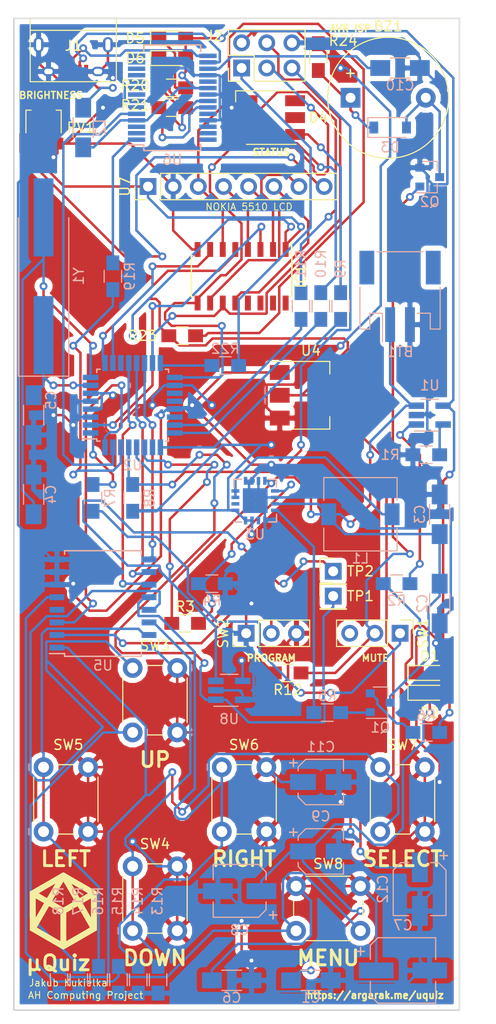
<source format=kicad_pcb>
(kicad_pcb (version 20171130) (host pcbnew 5.0.0)
  (layers (0 F.Cu signal) (31 B.Cu signal) (34 B.Paste user) (35 F.Paste user) (36 B.SilkS user) (37 F.SilkS user) (38 B.Mask user) (39 F.Mask user) (44 Edge.Cuts user))
  (net 0 "")
  (net 1 GND)
  (net 2 +BATT)
  (net 3 "Net-(BZ1-Pad2)")
  (net 4 5V)
  (net 5 VBUS)
  (net 6 "Net-(C4-Pad1)")
  (net 7 "Net-(C5-Pad1)")
  (net 8 "Net-(C10-Pad1)")
  (net 9 "Net-(D1-Pad1)")
  (net 10 "Net-(D2-Pad2)")
  (net 11 "Net-(D4-Pad4)")
  (net 12 "Net-(D4-Pad3)")
  (net 13 "Net-(D4-Pad2)")
  (net 14 "Net-(D5-Pad1)")
  (net 15 "Net-(D6-Pad1)")
  (net 16 "Net-(J1-Pad4)")
  (net 17 "Net-(J1-Pad3)")
  (net 18 "Net-(J1-Pad2)")
  (net 19 "Net-(J1-Pad1)")
  (net 20 /RESET)
  (net 21 /MOSI)
  (net 22 /SCK)
  (net 23 /MISO)
  (net 24 "Net-(L1-Pad2)")
  (net 25 "Net-(Q1-Pad1)")
  (net 26 "Net-(Q1-Pad2)")
  (net 27 "Net-(Q2-Pad1)")
  (net 28 "Net-(R1-Pad1)")
  (net 29 "Net-(R2-Pad2)")
  (net 30 "Net-(R3-Pad2)")
  (net 31 /LBO)
  (net 32 /BUZZ)
  (net 33 "Net-(R7-Pad1)")
  (net 34 /BLUE)
  (net 35 /GREEN)
  (net 36 /RED)
  (net 37 "Net-(R13-Pad1)")
  (net 38 "Net-(R14-Pad1)")
  (net 39 "Net-(R15-Pad1)")
  (net 40 "Net-(R16-Pad1)")
  (net 41 "Net-(R17-Pad1)")
  (net 42 "Net-(R18-Pad1)")
  (net 43 /TX)
  (net 44 "Net-(R19-Pad2)")
  (net 45 "Net-(R20-Pad1)")
  (net 46 "Net-(R21-Pad1)")
  (net 47 "Net-(RV1-Pad2)")
  (net 48 "Net-(SW1-Pad3)")
  (net 49 "Net-(SW2-Pad2)")
  (net 50 /BTN_IN)
  (net 51 /RX)
  (net 52 "Net-(U2-Pad26)")
  (net 53 "Net-(U2-Pad22)")
  (net 54 "Net-(U2-Pad20)")
  (net 55 "Net-(U2-Pad19)")
  (net 56 /S2)
  (net 57 /S1)
  (net 58 /S0)
  (net 59 "Net-(U2-Pad11)")
  (net 60 "Net-(U3-Pad14)")
  (net 61 "Net-(U3-Pad2)")
  (net 62 "Net-(U5-Pad4)")
  (net 63 "Net-(U6-Pad28)")
  (net 64 "Net-(U6-Pad27)")
  (net 65 "Net-(U6-Pad19)")
  (net 66 "Net-(U6-Pad14)")
  (net 67 "Net-(U6-Pad13)")
  (net 68 "Net-(U6-Pad12)")
  (net 69 "Net-(U6-Pad11)")
  (net 70 "Net-(U6-Pad10)")
  (net 71 "Net-(U6-Pad9)")
  (net 72 "Net-(U6-Pad6)")
  (net 73 "Net-(U6-Pad3)")
  (net 74 "Net-(U6-Pad2)")
  (net 75 +3V3)
  (net 76 "Net-(IC1-Pad16)")
  (net 77 "Net-(IC1-Pad15)")
  (net 78 "Net-(IC1-Pad14)")
  (net 79 "Net-(IC1-Pad13)")
  (net 80 "Net-(IC1-Pad12)")
  (net 81 "Net-(IC1-Pad10)")
  (net 82 "Net-(IC1-Pad7)")
  (net 83 "Net-(IC1-Pad6)")
  (net 84 "Net-(IC1-Pad5)")
  (net 85 "Net-(IC1-Pad4)")
  (net 86 "Net-(IC1-Pad3)")
  (net 87 "Net-(IC1-Pad2)")
  (net 88 "Net-(R22-Pad2)")
  (net 89 /SCL)
  (net 90 /SDA)
  (net 91 "Net-(BZ1-Pad1)")
  (module Connectors_JST:JST_PH_S2B-PH-SM4-TB_02x2.00mm_Angled (layer B.Cu) (at 89 78)
    (fp_text reference BT1 (at 0 5.625) (layer B.SilkS) (effects (justify mirror)))
    (fp_text value Battery)
    (pad "" smd rect (at 3.35 -2.875) (size 1.5 3.4) (layers B.Cu B.Paste B.Mask))
    (pad "" smd rect (at -3.35 -2.875) (size 1.5 3.4) (layers B.Cu B.Paste B.Mask))
    (pad 2 smd rect (at 1 2.875) (size 1 3.5) (layers B.Cu B.Paste B.Mask) (net 1 GND))
    (pad 1 smd rect (at -1 2.875) (size 1 3.5) (layers B.Cu B.Paste B.Mask) (net 2 +BATT))
  )
  (module Buzzers_Beepers:Buzzer_12x9.5RM7.6 (layer F.Cu) (at 84 58)
    (fp_text reference BZ1 (at 3.8 -7.2) (layer F.SilkS))
    (fp_text value Buzzer)
    (fp_text user + (at -0.01 -2.54) (layer F.SilkS))
    (pad 2 thru_hole circle (at 7.6 0) (size 2 2) (drill 1) (layers *.Cu *.Mask) (net 3 "Net-(BZ1-Pad2)"))
    (pad 1 thru_hole rect (at 0 0) (size 2 2) (drill 1) (layers *.Cu *.Mask) (net 91 "Net-(BZ1-Pad1)"))
  )
  (module Capacitors_SMD:C_1206_HandSoldering (layer B.Cu) (at 80 147)
    (fp_text reference C1 (at 0 1.75) (layer B.SilkS) (effects (justify mirror)))
    (fp_text value 4.7uF)
    (pad 2 smd rect (at 2 0) (size 2 1.6) (layers B.Cu B.Paste B.Mask) (net 1 GND))
    (pad 1 smd rect (at -2 0) (size 2 1.6) (layers B.Cu B.Paste B.Mask) (net 5 VBUS))
  )
  (module Capacitors_SMD:C_1206_HandSoldering (layer B.Cu) (at 93 109 270)
    (fp_text reference C2 (at 0 1.75 270) (layer B.SilkS) (effects (justify mirror)))
    (fp_text value 4.7uF)
    (pad 1 smd rect (at -2 0 270) (size 2 1.6) (layers B.Cu B.Paste B.Mask) (net 2 +BATT))
    (pad 2 smd rect (at 2 0 270) (size 2 1.6) (layers B.Cu B.Paste B.Mask) (net 1 GND))
  )
  (module Capacitors_SMD:C_1206_HandSoldering (layer B.Cu) (at 93 100 90)
    (fp_text reference C3 (at 0 -2 90) (layer B.SilkS) (effects (justify mirror)))
    (fp_text value 10uF)
    (pad 2 smd rect (at 2 0 90) (size 2 1.6) (layers B.Cu B.Paste B.Mask) (net 1 GND))
    (pad 1 smd rect (at -2 0 90) (size 2 1.6) (layers B.Cu B.Paste B.Mask) (net 2 +BATT))
  )
  (module Capacitors_SMD:C_1206_HandSoldering (layer B.Cu) (at 52 98 90)
    (fp_text reference C4 (at 0 1.75 90) (layer B.SilkS) (effects (justify mirror)))
    (fp_text value 22pF)
    (pad 2 smd rect (at 2 0 90) (size 2 1.6) (layers B.Cu B.Paste B.Mask) (net 1 GND))
    (pad 1 smd rect (at -2 0 90) (size 2 1.6) (layers B.Cu B.Paste B.Mask) (net 6 "Net-(C4-Pad1)"))
  )
  (module Capacitors_SMD:C_1206_HandSoldering (layer B.Cu) (at 52 90 270)
    (fp_text reference C5 (at -1.5 -1.75 270) (layer B.SilkS) (effects (justify mirror)))
    (fp_text value 22pF)
    (pad 1 smd rect (at -2 0 270) (size 2 1.6) (layers B.Cu B.Paste B.Mask) (net 7 "Net-(C5-Pad1)"))
    (pad 2 smd rect (at 2 0 270) (size 2 1.6) (layers B.Cu B.Paste B.Mask) (net 1 GND))
  )
  (module Capacitors_SMD:C_1206_HandSoldering (layer B.Cu) (at 72 147)
    (fp_text reference C6 (at 0 1.75) (layer B.SilkS) (effects (justify mirror)))
    (fp_text value 2.2uF)
    (pad 1 smd rect (at -2 0) (size 2 1.6) (layers B.Cu B.Paste B.Mask) (net 4 5V))
    (pad 2 smd rect (at 2 0) (size 2 1.6) (layers B.Cu B.Paste B.Mask) (net 1 GND))
  )
  (module Capacitors_SMD:CP_Elec_6.3x5.3 (layer B.Cu) (at 89.3 146)
    (fp_text reference C7 (at 0 -4.56) (layer B.SilkS) (effects (justify mirror)))
    (fp_text value 100uF)
    (fp_text user + (at -4.28 -2) (layer B.SilkS) (effects (justify mirror)))
    (pad 2 smd rect (at 2.7 0 180) (size 3.5 1.6) (layers B.Cu B.Paste B.Mask) (net 1 GND))
    (pad 1 smd rect (at -2.7 0 180) (size 3.5 1.6) (layers B.Cu B.Paste B.Mask) (net 4 5V))
  )
  (module Capacitors_SMD:CP_Elec_5x5.3 (layer B.Cu) (at 72.8 138 180)
    (fp_text reference C8 (at 0 -3.92 180) (layer B.SilkS) (effects (justify mirror)))
    (fp_text value 10uF)
    (fp_text user + (at -3.38 -2.34 180) (layer B.SilkS) (effects (justify mirror)))
    (pad 2 smd rect (at 2.2 0) (size 3 1.6) (layers B.Cu B.Paste B.Mask) (net 1 GND))
    (pad 1 smd rect (at -2.2 0) (size 3 1.6) (layers B.Cu B.Paste B.Mask) (net 5 VBUS))
  )
  (module Capacitors_SMD:CP_Elec_4x5.7 (layer B.Cu) (at 81 134)
    (fp_text reference C9 (at 0 -3.54) (layer B.SilkS) (effects (justify mirror)))
    (fp_text value 0.1uF)
    (fp_text user + (at -2.77 -2.01) (layer B.SilkS) (effects (justify mirror)))
    (pad 2 smd rect (at 1.8 0 180) (size 2.6 1.6) (layers B.Cu B.Paste B.Mask) (net 1 GND))
    (pad 1 smd rect (at -1.8 0 180) (size 2.6 1.6) (layers B.Cu B.Paste B.Mask) (net 5 VBUS))
  )
  (module Capacitors_SMD:C_1206_HandSoldering (layer B.Cu) (at 89 55)
    (fp_text reference C10 (at 0 1.75) (layer B.SilkS) (effects (justify mirror)))
    (fp_text value 100nF)
    (pad 1 smd rect (at -2 0) (size 2 1.6) (layers B.Cu B.Paste B.Mask) (net 8 "Net-(C10-Pad1)"))
    (pad 2 smd rect (at 2 0) (size 2 1.6) (layers B.Cu B.Paste B.Mask) (net 1 GND))
  )
  (module Capacitors_SMD:CP_Elec_4x5.7 (layer B.Cu) (at 81 127)
    (fp_text reference C11 (at 0 -3.54) (layer B.SilkS) (effects (justify mirror)))
    (fp_text value 0.1uF)
    (fp_text user + (at -2.77 -2.01) (layer B.SilkS) (effects (justify mirror)))
    (pad 1 smd rect (at -1.8 0 180) (size 2.6 1.6) (layers B.Cu B.Paste B.Mask) (net 4 5V))
    (pad 2 smd rect (at 1.8 0 180) (size 2.6 1.6) (layers B.Cu B.Paste B.Mask) (net 1 GND))
  )
  (module Capacitors_SMD:CP_Elec_5x5.3 (layer B.Cu) (at 91 137.8 270)
    (fp_text reference C12 (at 0 3.75 270) (layer B.SilkS) (effects (justify mirror)))
    (fp_text value 10uF)
    (fp_text user + (at -3.38 -2.34 270) (layer B.SilkS) (effects (justify mirror)))
    (pad 1 smd rect (at -2.2 0 90) (size 3 1.6) (layers B.Cu B.Paste B.Mask) (net 75 +3V3))
    (pad 2 smd rect (at 2.2 0 90) (size 3 1.6) (layers B.Cu B.Paste B.Mask) (net 1 GND))
  )
  (module LEDs:LED_0805_HandSoldering (layer F.Cu) (at 92 116)
    (fp_text reference D1 (at 0 -1.7) (layer F.SilkS))
    (fp_text value LED)
    (pad 1 smd rect (at -1.35 0) (size 1.5 1.3) (layers F.Cu F.Paste F.Mask) (net 9 "Net-(D1-Pad1)"))
    (pad 2 smd rect (at 1.35 0) (size 1.5 1.3) (layers F.Cu F.Paste F.Mask) (net 5 VBUS))
  )
  (module LEDs:LED_0805_HandSoldering (layer F.Cu) (at 92 118)
    (fp_text reference D2 (at 0 2) (layer F.SilkS))
    (fp_text value LED)
    (pad 2 smd rect (at 1.35 0) (size 1.5 1.3) (layers F.Cu F.Paste F.Mask) (net 10 "Net-(D2-Pad2)"))
    (pad 1 smd rect (at -1.35 0) (size 1.5 1.3) (layers F.Cu F.Paste F.Mask) (net 1 GND))
  )
  (module Diodes_SMD:D_SOD-123 (layer B.Cu) (at 88 61)
    (fp_text reference D3 (at 0 2) (layer B.SilkS) (effects (justify mirror)))
    (fp_text value 1N4148W)
    (pad 2 smd rect (at 1.65 0) (size 0.9 1.2) (layers B.Cu B.Paste B.Mask) (net 3 "Net-(BZ1-Pad2)"))
    (pad 1 smd rect (at -1.65 0) (size 0.9 1.2) (layers B.Cu B.Paste B.Mask) (net 91 "Net-(BZ1-Pad1)"))
  )
  (module LEDs:LED_RGB_5050-6 (layer F.Cu) (at 76 60)
    (fp_text reference D4 (at 4.75 0 180) (layer F.SilkS))
    (fp_text value LED_CRGB)
    (pad 6 smd rect (at 2.4 -1.7 90) (size 1.1 2) (layers F.Cu F.Paste F.Mask))
    (pad 5 smd rect (at 2.4 0 90) (size 1.1 2) (layers F.Cu F.Paste F.Mask))
    (pad 4 smd rect (at 2.4 1.7 90) (size 1.1 2) (layers F.Cu F.Paste F.Mask) (net 11 "Net-(D4-Pad4)"))
    (pad 3 smd rect (at -2.4 1.7 90) (size 1.1 2) (layers F.Cu F.Paste F.Mask) (net 12 "Net-(D4-Pad3)"))
    (pad 2 smd rect (at -2.4 0 90) (size 1.1 2) (layers F.Cu F.Paste F.Mask) (net 13 "Net-(D4-Pad2)"))
    (pad 1 smd rect (at -2.4 -1.7 90) (size 1.1 2) (layers F.Cu F.Paste F.Mask) (net 1 GND))
  )
  (module LEDs:LED_0805_HandSoldering (layer F.Cu) (at 66 52)
    (fp_text reference D5 (at -3.75 0) (layer F.SilkS))
    (fp_text value LED)
    (pad 1 smd rect (at -1.35 0) (size 1.5 1.3) (layers F.Cu F.Paste F.Mask) (net 14 "Net-(D5-Pad1)"))
    (pad 2 smd rect (at 1.35 0) (size 1.5 1.3) (layers F.Cu F.Paste F.Mask) (net 5 VBUS))
  )
  (module LEDs:LED_0805_HandSoldering (layer F.Cu) (at 66 54)
    (fp_text reference D6 (at -3.75 0) (layer F.SilkS))
    (fp_text value LED)
    (pad 2 smd rect (at 1.35 0) (size 1.5 1.3) (layers F.Cu F.Paste F.Mask) (net 5 VBUS))
    (pad 1 smd rect (at -1.35 0) (size 1.5 1.3) (layers F.Cu F.Paste F.Mask) (net 15 "Net-(D6-Pad1)"))
  )
  (module Housings_SOIC:SOIC-16_3.9x9.9mm_Pitch1.27mm (layer F.Cu) (at 73 76 270)
    (fp_text reference IC1 (at 0 -6 270) (layer F.SilkS))
    (fp_text value 74HC4050)
    (pad 16 smd rect (at 2.7 -4.445 270) (size 1.5 0.6) (layers F.Cu F.Paste F.Mask) (net 76 "Net-(IC1-Pad16)"))
    (pad 15 smd rect (at 2.7 -3.175 270) (size 1.5 0.6) (layers F.Cu F.Paste F.Mask) (net 77 "Net-(IC1-Pad15)"))
    (pad 14 smd rect (at 2.7 -1.905 270) (size 1.5 0.6) (layers F.Cu F.Paste F.Mask) (net 78 "Net-(IC1-Pad14)"))
    (pad 13 smd rect (at 2.7 -0.635 270) (size 1.5 0.6) (layers F.Cu F.Paste F.Mask) (net 79 "Net-(IC1-Pad13)"))
    (pad 12 smd rect (at 2.7 0.635 270) (size 1.5 0.6) (layers F.Cu F.Paste F.Mask) (net 80 "Net-(IC1-Pad12)"))
    (pad 11 smd rect (at 2.7 1.905 270) (size 1.5 0.6) (layers F.Cu F.Paste F.Mask) (net 21 /MOSI))
    (pad 10 smd rect (at 2.7 3.175 270) (size 1.5 0.6) (layers F.Cu F.Paste F.Mask) (net 81 "Net-(IC1-Pad10)"))
    (pad 9 smd rect (at 2.7 4.445 270) (size 1.5 0.6) (layers F.Cu F.Paste F.Mask) (net 22 /SCK))
    (pad 8 smd rect (at -2.7 4.445 270) (size 1.5 0.6) (layers F.Cu F.Paste F.Mask) (net 1 GND))
    (pad 7 smd rect (at -2.7 3.175 270) (size 1.5 0.6) (layers F.Cu F.Paste F.Mask) (net 82 "Net-(IC1-Pad7)"))
    (pad 6 smd rect (at -2.7 1.905 270) (size 1.5 0.6) (layers F.Cu F.Paste F.Mask) (net 83 "Net-(IC1-Pad6)"))
    (pad 5 smd rect (at -2.7 0.635 270) (size 1.5 0.6) (layers F.Cu F.Paste F.Mask) (net 84 "Net-(IC1-Pad5)"))
    (pad 4 smd rect (at -2.7 -0.635 270) (size 1.5 0.6) (layers F.Cu F.Paste F.Mask) (net 85 "Net-(IC1-Pad4)"))
    (pad 3 smd rect (at -2.7 -1.905 270) (size 1.5 0.6) (layers F.Cu F.Paste F.Mask) (net 86 "Net-(IC1-Pad3)"))
    (pad 2 smd rect (at -2.7 -3.175 270) (size 1.5 0.6) (layers F.Cu F.Paste F.Mask) (net 87 "Net-(IC1-Pad2)"))
    (pad 1 smd rect (at -2.7 -4.445 270) (size 1.5 0.6) (layers F.Cu F.Paste F.Mask) (net 75 +3V3))
  )
  (module Connectors:USB_Micro-B (layer F.Cu) (at 56 54 180)
    (fp_text reference J1 (at 0 1.25 180) (layer F.SilkS))
    (fp_text value USB_B_Micro)
    (pad 6 thru_hole oval (at 3.5 1.35 270) (size 1.55 1) (drill oval 1.15 0.5) (layers *.Cu *.Mask) (net 1 GND))
    (pad 6 thru_hole oval (at -3.5 1.35 270) (size 1.55 1) (drill oval 1.15 0.5) (layers *.Cu *.Mask) (net 1 GND))
    (pad 6 thru_hole oval (at 2.5 -1.35 270) (size 0.95 1.25) (drill oval 0.55 0.85) (layers *.Cu *.Mask) (net 1 GND))
    (pad 6 thru_hole oval (at -2.5 -1.35 270) (size 0.95 1.25) (drill oval 0.55 0.85) (layers *.Cu *.Mask) (net 1 GND))
    (pad 5 smd rect (at 1.3 -1.35 270) (size 1.35 0.4) (layers F.Cu F.Paste F.Mask) (net 1 GND))
    (pad 4 smd rect (at 0.65 -1.35 270) (size 1.35 0.4) (layers F.Cu F.Paste F.Mask) (net 16 "Net-(J1-Pad4)"))
    (pad 3 smd rect (at 0 -1.35 270) (size 1.35 0.4) (layers F.Cu F.Paste F.Mask) (net 17 "Net-(J1-Pad3)"))
    (pad 2 smd rect (at -0.65 -1.35 270) (size 1.35 0.4) (layers F.Cu F.Paste F.Mask) (net 18 "Net-(J1-Pad2)"))
    (pad 1 smd rect (at -1.3 -1.35 270) (size 1.35 0.4) (layers F.Cu F.Paste F.Mask) (net 19 "Net-(J1-Pad1)"))
  )
  (module Pin_Headers:Pin_Header_Straight_2x03_Pitch2.54mm (layer F.Cu) (at 73 55 90)
    (fp_text reference J2 (at 3.25 -2.75 180) (layer F.SilkS))
    (fp_text value "AVR ISP")
    (pad 6 thru_hole oval (at 2.54 5.08 90) (size 1.7 1.7) (drill 1) (layers *.Cu *.Mask) (net 1 GND))
    (pad 5 thru_hole oval (at 0 5.08 90) (size 1.7 1.7) (drill 1) (layers *.Cu *.Mask) (net 20 /RESET))
    (pad 4 thru_hole oval (at 2.54 2.54 90) (size 1.7 1.7) (drill 1) (layers *.Cu *.Mask) (net 21 /MOSI))
    (pad 3 thru_hole oval (at 0 2.54 90) (size 1.7 1.7) (drill 1) (layers *.Cu *.Mask) (net 22 /SCK))
    (pad 2 thru_hole oval (at 2.54 0 90) (size 1.7 1.7) (drill 1) (layers *.Cu *.Mask) (net 4 5V))
    (pad 1 thru_hole rect (at 0 0 90) (size 1.7 1.7) (drill 1) (layers *.Cu *.Mask) (net 23 /MISO))
  )
  (module Inductors_SMD:L_7.3x7.3_H4.5 (layer B.Cu) (at 85 100)
    (fp_text reference L1 (at 0 4.45) (layer B.SilkS) (effects (justify mirror)))
    (fp_text value 6.8uH)
    (pad 2 smd rect (at 3.2 0) (size 1.5 2.2) (layers B.Cu B.Paste B.Mask) (net 24 "Net-(L1-Pad2)"))
    (pad 1 smd rect (at -3.2 0) (size 1.5 2.2) (layers B.Cu B.Paste B.Mask) (net 2 +BATT))
  )
  (module Capacitors_SMD:C_1206_HandSoldering (layer B.Cu) (at 57 61 90)
    (fp_text reference L2 (at 0 1.75 90) (layer B.SilkS) (effects (justify mirror)))
    (fp_text value "Ferrite Bead")
    (pad 2 smd rect (at 2 0 90) (size 2 1.6) (layers B.Cu B.Paste B.Mask) (net 19 "Net-(J1-Pad1)"))
    (pad 1 smd rect (at -2 0 90) (size 2 1.6) (layers B.Cu B.Paste B.Mask) (net 5 VBUS))
  )
  (module TO_SOT_Packages_SMD:SOT-23 (layer B.Cu) (at 87 119)
    (fp_text reference Q1 (at 0 2.5) (layer B.SilkS) (effects (justify mirror)))
    (fp_text value BC817)
    (pad 1 smd rect (at -1 0.95) (size 0.9 0.8) (layers B.Cu B.Paste B.Mask) (net 25 "Net-(Q1-Pad1)"))
    (pad 2 smd rect (at -1 -0.95) (size 0.9 0.8) (layers B.Cu B.Paste B.Mask) (net 26 "Net-(Q1-Pad2)"))
    (pad 3 smd rect (at 1 0) (size 0.9 0.8) (layers B.Cu B.Paste B.Mask) (net 2 +BATT))
  )
  (module TO_SOT_Packages_SMD:SOT-23 (layer B.Cu) (at 92 66)
    (fp_text reference Q2 (at 0 2.5) (layer B.SilkS) (effects (justify mirror)))
    (fp_text value BC817)
    (pad 3 smd rect (at 1 0) (size 0.9 0.8) (layers B.Cu B.Paste B.Mask) (net 3 "Net-(BZ1-Pad2)"))
    (pad 2 smd rect (at -1 -0.95) (size 0.9 0.8) (layers B.Cu B.Paste B.Mask) (net 1 GND))
    (pad 1 smd rect (at -1 0.95) (size 0.9 0.8) (layers B.Cu B.Paste B.Mask) (net 27 "Net-(Q2-Pad1)"))
  )
  (module Resistors_SMD:R_0805_HandSoldering (layer B.Cu) (at 91.65 94 180)
    (fp_text reference R1 (at 3.65 0 180) (layer B.SilkS) (effects (justify mirror)))
    (fp_text value 2K)
    (pad 1 smd rect (at -1.35 0 180) (size 1.5 1.3) (layers B.Cu B.Paste B.Mask) (net 28 "Net-(R1-Pad1)"))
    (pad 2 smd rect (at 1.35 0 180) (size 1.5 1.3) (layers B.Cu B.Paste B.Mask) (net 1 GND))
  )
  (module Resistors_SMD:R_0805_HandSoldering (layer B.Cu) (at 88.65 107)
    (fp_text reference R2 (at 0 1.7) (layer B.SilkS) (effects (justify mirror)))
    (fp_text value 470R)
    (pad 2 smd rect (at 1.35 0) (size 1.5 1.3) (layers B.Cu B.Paste B.Mask) (net 29 "Net-(R2-Pad2)"))
    (pad 1 smd rect (at -1.35 0) (size 1.5 1.3) (layers B.Cu B.Paste B.Mask) (net 9 "Net-(D1-Pad1)"))
  )
  (module Resistors_SMD:R_0805_HandSoldering (layer F.Cu) (at 67.3 111)
    (fp_text reference R3 (at 0 -1.7) (layer F.SilkS))
    (fp_text value 1.87M)
    (pad 1 smd rect (at -1.35 0) (size 1.5 1.3) (layers F.Cu F.Paste F.Mask) (net 2 +BATT))
    (pad 2 smd rect (at 1.35 0) (size 1.5 1.3) (layers F.Cu F.Paste F.Mask) (net 30 "Net-(R3-Pad2)"))
  )
  (module Resistors_SMD:R_0805_HandSoldering (layer B.Cu) (at 70 107)
    (fp_text reference R4 (at 0 1.7) (layer B.SilkS) (effects (justify mirror)))
    (fp_text value 340K)
    (pad 2 smd rect (at 1.35 0) (size 1.5 1.3) (layers B.Cu B.Paste B.Mask) (net 1 GND))
    (pad 1 smd rect (at -1.35 0) (size 1.5 1.3) (layers B.Cu B.Paste B.Mask) (net 30 "Net-(R3-Pad2)"))
  )
  (module Resistors_SMD:R_0805_HandSoldering (layer B.Cu) (at 81.65 120 180)
    (fp_text reference R5 (at 0 1.7 180) (layer B.SilkS) (effects (justify mirror)))
    (fp_text value 1K)
    (pad 2 smd rect (at 1.35 0 180) (size 1.5 1.3) (layers B.Cu B.Paste B.Mask) (net 31 /LBO))
    (pad 1 smd rect (at -1.35 0 180) (size 1.5 1.3) (layers B.Cu B.Paste B.Mask) (net 25 "Net-(Q1-Pad1)"))
  )
  (module Resistors_SMD:R_0805_HandSoldering (layer B.Cu) (at 91.65 122 180)
    (fp_text reference R6 (at 0 1.7 180) (layer B.SilkS) (effects (justify mirror)))
    (fp_text value 1K)
    (pad 1 smd rect (at -1.35 0 180) (size 1.5 1.3) (layers B.Cu B.Paste B.Mask) (net 10 "Net-(D2-Pad2)"))
    (pad 2 smd rect (at 1.35 0 180) (size 1.5 1.3) (layers B.Cu B.Paste B.Mask) (net 26 "Net-(Q1-Pad2)"))
  )
  (module Resistors_SMD:R_0805_HandSoldering (layer B.Cu) (at 58 98.35 90)
    (fp_text reference R7 (at 0 1.7 90) (layer B.SilkS) (effects (justify mirror)))
    (fp_text value 1K)
    (pad 1 smd rect (at -1.35 0 90) (size 1.5 1.3) (layers B.Cu B.Paste B.Mask) (net 33 "Net-(R7-Pad1)"))
    (pad 2 smd rect (at 1.35 0 90) (size 1.5 1.3) (layers B.Cu B.Paste B.Mask) (net 32 /BUZZ))
  )
  (module Resistors_SMD:R_0805_HandSoldering (layer B.Cu) (at 62 98.35 90)
    (fp_text reference R8 (at 0 1.7 90) (layer B.SilkS) (effects (justify mirror)))
    (fp_text value 10K)
    (pad 2 smd rect (at 1.35 0 90) (size 1.5 1.3) (layers B.Cu B.Paste B.Mask) (net 20 /RESET))
    (pad 1 smd rect (at -1.35 0 90) (size 1.5 1.3) (layers B.Cu B.Paste B.Mask) (net 4 5V))
  )
  (module Resistors_SMD:R_0805_HandSoldering (layer B.Cu) (at 83 79 270)
    (fp_text reference R9 (at -3.75 0 270) (layer B.SilkS) (effects (justify mirror)))
    (fp_text value 1K)
    (pad 2 smd rect (at 1.35 0 270) (size 1.5 1.3) (layers B.Cu B.Paste B.Mask) (net 34 /BLUE))
    (pad 1 smd rect (at -1.35 0 270) (size 1.5 1.3) (layers B.Cu B.Paste B.Mask) (net 11 "Net-(D4-Pad4)"))
  )
  (module Resistors_SMD:R_0805_HandSoldering (layer B.Cu) (at 81 79 270)
    (fp_text reference R10 (at -4.25 0 270) (layer B.SilkS) (effects (justify mirror)))
    (fp_text value 1K)
    (pad 1 smd rect (at -1.35 0 270) (size 1.5 1.3) (layers B.Cu B.Paste B.Mask) (net 12 "Net-(D4-Pad3)"))
    (pad 2 smd rect (at 1.35 0 270) (size 1.5 1.3) (layers B.Cu B.Paste B.Mask) (net 35 /GREEN))
  )
  (module Resistors_SMD:R_0805_HandSoldering (layer B.Cu) (at 79 79 270)
    (fp_text reference R11 (at -4.25 0 270) (layer B.SilkS) (effects (justify mirror)))
    (fp_text value 1K)
    (pad 2 smd rect (at 1.35 0 270) (size 1.5 1.3) (layers B.Cu B.Paste B.Mask) (net 36 /RED))
    (pad 1 smd rect (at -1.35 0 270) (size 1.5 1.3) (layers B.Cu B.Paste B.Mask) (net 13 "Net-(D4-Pad2)"))
  )
  (module Resistors_SMD:R_0805_HandSoldering (layer F.Cu) (at 77.65 116 180)
    (fp_text reference R12 (at 0 -1.7 180) (layer F.SilkS))
    (fp_text value 100K)
    (pad 2 smd rect (at 1.35 0 180) (size 1.5 1.3) (layers F.Cu F.Paste F.Mask) (net 1 GND))
    (pad 1 smd rect (at -1.35 0 180) (size 1.5 1.3) (layers F.Cu F.Paste F.Mask) (net 27 "Net-(Q2-Pad1)"))
  )
  (module Resistors_SMD:R_0805_HandSoldering (layer B.Cu) (at 56.564157 146.940652 270)
    (fp_text reference R13 (at -7.940652 -7.935843 270) (layer B.SilkS) (effects (justify mirror)))
    (fp_text value 10K)
    (pad 2 smd rect (at 1.35 0 270) (size 1.5 1.3) (layers B.Cu B.Paste B.Mask) (net 1 GND))
    (pad 1 smd rect (at -1.35 0 270) (size 1.5 1.3) (layers B.Cu B.Paste B.Mask) (net 37 "Net-(R13-Pad1)"))
  )
  (module Resistors_SMD:R_0805_HandSoldering (layer B.Cu) (at 64.564157 146.940652 270)
    (fp_text reference R14 (at -7.940652 2.064157 270) (layer B.SilkS) (effects (justify mirror)))
    (fp_text value 10K)
    (pad 1 smd rect (at -1.35 0 270) (size 1.5 1.3) (layers B.Cu B.Paste B.Mask) (net 38 "Net-(R14-Pad1)"))
    (pad 2 smd rect (at 1.35 0 270) (size 1.5 1.3) (layers B.Cu B.Paste B.Mask) (net 1 GND))
  )
  (module Resistors_SMD:R_0805_HandSoldering (layer B.Cu) (at 58.564157 146.940652 270)
    (fp_text reference R15 (at -7.940652 -1.935843 270) (layer B.SilkS) (effects (justify mirror)))
    (fp_text value 10K)
    (pad 1 smd rect (at -1.35 0 270) (size 1.5 1.3) (layers B.Cu B.Paste B.Mask) (net 39 "Net-(R15-Pad1)"))
    (pad 2 smd rect (at 1.35 0 270) (size 1.5 1.3) (layers B.Cu B.Paste B.Mask) (net 1 GND))
  )
  (module Resistors_SMD:R_0805_HandSoldering (layer B.Cu) (at 62.564157 146.940652 270)
    (fp_text reference R16 (at -7.940652 4.064157 270) (layer B.SilkS) (effects (justify mirror)))
    (fp_text value 10K)
    (pad 1 smd rect (at -1.35 0 270) (size 1.5 1.3) (layers B.Cu B.Paste B.Mask) (net 40 "Net-(R16-Pad1)"))
    (pad 2 smd rect (at 1.35 0 270) (size 1.5 1.3) (layers B.Cu B.Paste B.Mask) (net 1 GND))
  )
  (module Resistors_SMD:R_0805_HandSoldering (layer B.Cu) (at 54.564157 146.940652 270)
    (fp_text reference R17 (at -7.940652 -1.935843 270) (layer B.SilkS) (effects (justify mirror)))
    (fp_text value 10K)
    (pad 2 smd rect (at 1.35 0 270) (size 1.5 1.3) (layers B.Cu B.Paste B.Mask) (net 1 GND))
    (pad 1 smd rect (at -1.35 0 270) (size 1.5 1.3) (layers B.Cu B.Paste B.Mask) (net 41 "Net-(R17-Pad1)"))
  )
  (module Resistors_SMD:R_0805_HandSoldering (layer B.Cu) (at 60.564157 146.940652 270)
    (fp_text reference R18 (at -7.940652 6.064157 270) (layer B.SilkS) (effects (justify mirror)))
    (fp_text value 10K)
    (pad 1 smd rect (at -1.35 0 270) (size 1.5 1.3) (layers B.Cu B.Paste B.Mask) (net 42 "Net-(R18-Pad1)"))
    (pad 2 smd rect (at 1.35 0 270) (size 1.5 1.3) (layers B.Cu B.Paste B.Mask) (net 1 GND))
  )
  (module Resistors_SMD:R_0805_HandSoldering (layer B.Cu) (at 60 76 90)
    (fp_text reference R19 (at 0 1.7 90) (layer B.SilkS) (effects (justify mirror)))
    (fp_text value 10R)
    (pad 2 smd rect (at 1.35 0 90) (size 1.5 1.3) (layers B.Cu B.Paste B.Mask) (net 44 "Net-(R19-Pad2)"))
    (pad 1 smd rect (at -1.35 0 90) (size 1.5 1.3) (layers B.Cu B.Paste B.Mask) (net 43 /TX))
  )
  (module Resistors_SMD:R_0805_HandSoldering (layer F.Cu) (at 66 57)
    (fp_text reference R20 (at -3.75 -0.25) (layer F.SilkS))
    (fp_text value 270R)
    (pad 2 smd rect (at 1.35 0) (size 1.5 1.3) (layers F.Cu F.Paste F.Mask) (net 14 "Net-(D5-Pad1)"))
    (pad 1 smd rect (at -1.35 0) (size 1.5 1.3) (layers F.Cu F.Paste F.Mask) (net 45 "Net-(R20-Pad1)"))
  )
  (module Resistors_SMD:R_0805_HandSoldering (layer F.Cu) (at 66 59)
    (fp_text reference R21 (at -3.75 -0.25) (layer F.SilkS))
    (fp_text value 270R)
    (pad 1 smd rect (at -1.35 0) (size 1.5 1.3) (layers F.Cu F.Paste F.Mask) (net 46 "Net-(R21-Pad1)"))
    (pad 2 smd rect (at 1.35 0) (size 1.5 1.3) (layers F.Cu F.Paste F.Mask) (net 15 "Net-(D6-Pad1)"))
  )
  (module Resistors_SMD:R_0805_HandSoldering (layer B.Cu) (at 71.35 85 180)
    (fp_text reference R22 (at 0 1.7 180) (layer B.SilkS) (effects (justify mirror)))
    (fp_text value 10K)
    (pad 2 smd rect (at 1.35 0 180) (size 1.5 1.3) (layers B.Cu B.Paste B.Mask) (net 88 "Net-(R22-Pad2)"))
    (pad 1 smd rect (at -1.35 0 180) (size 1.5 1.3) (layers B.Cu B.Paste B.Mask) (net 23 /MISO))
  )
  (module Resistors_SMD:R_0805_HandSoldering (layer F.Cu) (at 67 82)
    (fp_text reference R23 (at -4 0) (layer F.SilkS))
    (fp_text value 10K)
    (pad 1 smd rect (at -1.35 0) (size 1.5 1.3) (layers F.Cu F.Paste F.Mask) (net 75 +3V3))
    (pad 2 smd rect (at 1.35 0) (size 1.5 1.3) (layers F.Cu F.Paste F.Mask) (net 83 "Net-(IC1-Pad6)"))
  )
  (module Potentiometers:Potentiometer_Trimmer-EVM3E (layer F.Cu) (at 53 61)
    (fp_text reference RV1 (at 3.75 0) (layer F.SilkS))
    (fp_text value "10K Linear")
    (pad 2 smd rect (at 0 -1.62) (size 1.6 1.5) (layers F.Cu F.Paste F.Mask) (net 47 "Net-(RV1-Pad2)"))
    (pad 3 smd rect (at 1.4 1.62) (size 1.2 1.2) (layers F.Cu F.Paste F.Mask) (net 1 GND))
    (pad 1 smd rect (at -1.4 1.62) (size 1.2 1.2) (layers F.Cu F.Paste F.Mask) (net 75 +3V3))
  )
  (module Pin_Headers:Pin_Header_Straight_1x03_Pitch2.54mm (layer F.Cu) (at 89 112 270)
    (fp_text reference SW1 (at 0 -2.33 270) (layer F.SilkS))
    (fp_text value MUTE_SW)
    (pad 1 thru_hole rect (at 0 0 270) (size 1.7 1.7) (drill 1) (layers *.Cu *.Mask) (net 33 "Net-(R7-Pad1)"))
    (pad 2 thru_hole oval (at 0 2.54 270) (size 1.7 1.7) (drill 1) (layers *.Cu *.Mask) (net 27 "Net-(Q2-Pad1)"))
    (pad 3 thru_hole oval (at 0 5.08 270) (size 1.7 1.7) (drill 1) (layers *.Cu *.Mask) (net 48 "Net-(SW1-Pad3)"))
  )
  (module Pin_Headers:Pin_Header_Straight_1x03_Pitch2.54mm (layer F.Cu) (at 73.46 112 90)
    (fp_text reference SW2 (at 0 -2.33 90) (layer F.SilkS))
    (fp_text value PROG_SW)
    (pad 3 thru_hole oval (at 0 5.08 90) (size 1.7 1.7) (drill 1) (layers *.Cu *.Mask) (net 4 5V))
    (pad 2 thru_hole oval (at 0 2.54 90) (size 1.7 1.7) (drill 1) (layers *.Cu *.Mask) (net 49 "Net-(SW2-Pad2)"))
    (pad 1 thru_hole rect (at 0 0 90) (size 1.7 1.7) (drill 1) (layers *.Cu *.Mask) (net 1 GND))
  )
  (module Buttons_Switches_THT:SW_PUSH_6mm (layer F.Cu) (at 62 122 90)
    (fp_text reference SW3 (at 8.75 2.25 180) (layer F.SilkS))
    (fp_text value SW_UP)
    (pad 2 thru_hole circle (at 0 4.5 180) (size 2 2) (drill 1.1) (layers *.Cu *.Mask) (net 4 5V))
    (pad 1 thru_hole circle (at 0 0 180) (size 2 2) (drill 1.1) (layers *.Cu *.Mask) (net 37 "Net-(R13-Pad1)"))
    (pad 2 thru_hole circle (at 6.5 4.5 180) (size 2 2) (drill 1.1) (layers *.Cu *.Mask) (net 4 5V))
    (pad 1 thru_hole circle (at 6.5 0 180) (size 2 2) (drill 1.1) (layers *.Cu *.Mask) (net 37 "Net-(R13-Pad1)"))
  )
  (module Buttons_Switches_THT:SW_PUSH_6mm (layer F.Cu) (at 62 142 90)
    (fp_text reference SW4 (at 8.75 2.25 180) (layer F.SilkS))
    (fp_text value SW_DOWN)
    (pad 1 thru_hole circle (at 6.5 0 180) (size 2 2) (drill 1.1) (layers *.Cu *.Mask) (net 38 "Net-(R14-Pad1)"))
    (pad 2 thru_hole circle (at 6.5 4.5 180) (size 2 2) (drill 1.1) (layers *.Cu *.Mask) (net 4 5V))
    (pad 1 thru_hole circle (at 0 0 180) (size 2 2) (drill 1.1) (layers *.Cu *.Mask) (net 38 "Net-(R14-Pad1)"))
    (pad 2 thru_hole circle (at 0 4.5 180) (size 2 2) (drill 1.1) (layers *.Cu *.Mask) (net 4 5V))
  )
  (module Buttons_Switches_THT:SW_PUSH_6mm (layer F.Cu) (at 53 132 90)
    (fp_text reference SW5 (at 8.75 2.5 180) (layer F.SilkS))
    (fp_text value SW_LEFT)
    (pad 1 thru_hole circle (at 6.5 0 180) (size 2 2) (drill 1.1) (layers *.Cu *.Mask) (net 39 "Net-(R15-Pad1)"))
    (pad 2 thru_hole circle (at 6.5 4.5 180) (size 2 2) (drill 1.1) (layers *.Cu *.Mask) (net 4 5V))
    (pad 1 thru_hole circle (at 0 0 180) (size 2 2) (drill 1.1) (layers *.Cu *.Mask) (net 39 "Net-(R15-Pad1)"))
    (pad 2 thru_hole circle (at 0 4.5 180) (size 2 2) (drill 1.1) (layers *.Cu *.Mask) (net 4 5V))
  )
  (module Buttons_Switches_THT:SW_PUSH_6mm (layer F.Cu) (at 71 132 90)
    (fp_text reference SW6 (at 8.75 2.25 180) (layer F.SilkS))
    (fp_text value SW_RIGHT)
    (pad 2 thru_hole circle (at 0 4.5 180) (size 2 2) (drill 1.1) (layers *.Cu *.Mask) (net 4 5V))
    (pad 1 thru_hole circle (at 0 0 180) (size 2 2) (drill 1.1) (layers *.Cu *.Mask) (net 40 "Net-(R16-Pad1)"))
    (pad 2 thru_hole circle (at 6.5 4.5 180) (size 2 2) (drill 1.1) (layers *.Cu *.Mask) (net 4 5V))
    (pad 1 thru_hole circle (at 6.5 0 180) (size 2 2) (drill 1.1) (layers *.Cu *.Mask) (net 40 "Net-(R16-Pad1)"))
  )
  (module Buttons_Switches_THT:SW_PUSH_6mm (layer F.Cu) (at 87 132 90)
    (fp_text reference SW7 (at 8.75 2.25 180) (layer F.SilkS))
    (fp_text value SW_ENTER)
    (pad 2 thru_hole circle (at 0 4.5 180) (size 2 2) (drill 1.1) (layers *.Cu *.Mask) (net 4 5V))
    (pad 1 thru_hole circle (at 0 0 180) (size 2 2) (drill 1.1) (layers *.Cu *.Mask) (net 41 "Net-(R17-Pad1)"))
    (pad 2 thru_hole circle (at 6.5 4.5 180) (size 2 2) (drill 1.1) (layers *.Cu *.Mask) (net 4 5V))
    (pad 1 thru_hole circle (at 6.5 0 180) (size 2 2) (drill 1.1) (layers *.Cu *.Mask) (net 41 "Net-(R17-Pad1)"))
  )
  (module Buttons_Switches_THT:SW_PUSH_6mm (layer F.Cu) (at 85 142 180)
    (fp_text reference SW8 (at 3.25 6.75 180) (layer F.SilkS))
    (fp_text value SW_MENU)
    (pad 1 thru_hole circle (at 6.5 0 270) (size 2 2) (drill 1.1) (layers *.Cu *.Mask) (net 42 "Net-(R18-Pad1)"))
    (pad 2 thru_hole circle (at 6.5 4.5 270) (size 2 2) (drill 1.1) (layers *.Cu *.Mask) (net 4 5V))
    (pad 1 thru_hole circle (at 0 0 270) (size 2 2) (drill 1.1) (layers *.Cu *.Mask) (net 42 "Net-(R18-Pad1)"))
    (pad 2 thru_hole circle (at 0 4.5 270) (size 2 2) (drill 1.1) (layers *.Cu *.Mask) (net 4 5V))
  )
  (module TO_SOT_Packages_SMD:SOT-23-5_HandSoldering (layer B.Cu) (at 92 90)
    (fp_text reference U1 (at 0 -3) (layer B.SilkS) (effects (justify mirror)))
    (fp_text value MCP73831-2-OT)
    (pad 5 smd rect (at 1.35 0.95) (size 1.56 0.65) (layers B.Cu B.Paste B.Mask) (net 28 "Net-(R1-Pad1)"))
    (pad 4 smd rect (at 1.35 -0.95) (size 1.56 0.65) (layers B.Cu B.Paste B.Mask) (net 5 VBUS))
    (pad 3 smd rect (at -1.35 -0.95) (size 1.56 0.65) (layers B.Cu B.Paste B.Mask) (net 2 +BATT))
    (pad 2 smd rect (at -1.35 0) (size 1.56 0.65) (layers B.Cu B.Paste B.Mask) (net 1 GND))
    (pad 1 smd rect (at -1.35 0.95) (size 1.56 0.65) (layers B.Cu B.Paste B.Mask) (net 29 "Net-(R2-Pad2)"))
  )
  (module Housings_QFP:TQFP-32_7x7mm_Pitch0.8mm (layer B.Cu) (at 62 89)
    (fp_text reference U2 (at 0 6.05) (layer B.SilkS) (effects (justify mirror)))
    (fp_text value ATmega328P-AU)
    (pad 32 smd rect (at -2.8 4.25 270) (size 1.6 0.55) (layers B.Cu B.Paste B.Mask) (net 50 /BTN_IN))
    (pad 31 smd rect (at -2 4.25 270) (size 1.6 0.55) (layers B.Cu B.Paste B.Mask) (net 51 /RX))
    (pad 30 smd rect (at -1.2 4.25 270) (size 1.6 0.55) (layers B.Cu B.Paste B.Mask) (net 43 /TX))
    (pad 29 smd rect (at -0.4 4.25 270) (size 1.6 0.55) (layers B.Cu B.Paste B.Mask) (net 20 /RESET))
    (pad 28 smd rect (at 0.4 4.25 270) (size 1.6 0.55) (layers B.Cu B.Paste B.Mask) (net 89 /SCL))
    (pad 27 smd rect (at 1.2 4.25 270) (size 1.6 0.55) (layers B.Cu B.Paste B.Mask) (net 90 /SDA))
    (pad 26 smd rect (at 2 4.25 270) (size 1.6 0.55) (layers B.Cu B.Paste B.Mask) (net 52 "Net-(U2-Pad26)"))
    (pad 25 smd rect (at 2.8 4.25 270) (size 1.6 0.55) (layers B.Cu B.Paste B.Mask) (net 34 /BLUE))
    (pad 24 smd rect (at 4.25 2.8) (size 1.6 0.55) (layers B.Cu B.Paste B.Mask) (net 35 /GREEN))
    (pad 23 smd rect (at 4.25 2) (size 1.6 0.55) (layers B.Cu B.Paste B.Mask) (net 36 /RED))
    (pad 22 smd rect (at 4.25 1.2) (size 1.6 0.55) (layers B.Cu B.Paste B.Mask) (net 53 "Net-(U2-Pad22)"))
    (pad 21 smd rect (at 4.25 0.4) (size 1.6 0.55) (layers B.Cu B.Paste B.Mask) (net 1 GND))
    (pad 20 smd rect (at 4.25 -0.4) (size 1.6 0.55) (layers B.Cu B.Paste B.Mask) (net 54 "Net-(U2-Pad20)"))
    (pad 19 smd rect (at 4.25 -1.2) (size 1.6 0.55) (layers B.Cu B.Paste B.Mask) (net 55 "Net-(U2-Pad19)"))
    (pad 18 smd rect (at 4.25 -2) (size 1.6 0.55) (layers B.Cu B.Paste B.Mask) (net 4 5V))
    (pad 17 smd rect (at 4.25 -2.8) (size 1.6 0.55) (layers B.Cu B.Paste B.Mask) (net 22 /SCK))
    (pad 16 smd rect (at 2.8 -4.25 270) (size 1.6 0.55) (layers B.Cu B.Paste B.Mask) (net 88 "Net-(R22-Pad2)"))
    (pad 15 smd rect (at 2 -4.25 270) (size 1.6 0.55) (layers B.Cu B.Paste B.Mask) (net 21 /MOSI))
    (pad 14 smd rect (at 1.2 -4.25 270) (size 1.6 0.55) (layers B.Cu B.Paste B.Mask) (net 56 /S2))
    (pad 13 smd rect (at 0.4 -4.25 270) (size 1.6 0.55) (layers B.Cu B.Paste B.Mask) (net 57 /S1))
    (pad 12 smd rect (at -0.4 -4.25 270) (size 1.6 0.55) (layers B.Cu B.Paste B.Mask) (net 58 /S0))
    (pad 11 smd rect (at -1.2 -4.25 270) (size 1.6 0.55) (layers B.Cu B.Paste B.Mask) (net 59 "Net-(U2-Pad11)"))
    (pad 10 smd rect (at -2 -4.25 270) (size 1.6 0.55) (layers B.Cu B.Paste B.Mask) (net 82 "Net-(IC1-Pad7)"))
    (pad 9 smd rect (at -2.8 -4.25 270) (size 1.6 0.55) (layers B.Cu B.Paste B.Mask) (net 84 "Net-(IC1-Pad5)"))
    (pad 8 smd rect (at -4.25 -2.8) (size 1.6 0.55) (layers B.Cu B.Paste B.Mask) (net 6 "Net-(C4-Pad1)"))
    (pad 7 smd rect (at -4.25 -2) (size 1.6 0.55) (layers B.Cu B.Paste B.Mask) (net 7 "Net-(C5-Pad1)"))
    (pad 6 smd rect (at -4.25 -1.2) (size 1.6 0.55) (layers B.Cu B.Paste B.Mask) (net 4 5V))
    (pad 5 smd rect (at -4.25 -0.4) (size 1.6 0.55) (layers B.Cu B.Paste B.Mask) (net 1 GND))
    (pad 4 smd rect (at -4.25 0.4) (size 1.6 0.55) (layers B.Cu B.Paste B.Mask) (net 4 5V))
    (pad 3 smd rect (at -4.25 1.2) (size 1.6 0.55) (layers B.Cu B.Paste B.Mask) (net 1 GND))
    (pad 2 smd rect (at -4.25 2) (size 1.6 0.55) (layers B.Cu B.Paste B.Mask) (net 86 "Net-(IC1-Pad3)"))
    (pad 1 smd rect (at -4.25 2.8) (size 1.6 0.55) (layers B.Cu B.Paste B.Mask) (net 32 /BUZZ))
  )
  (module Housings_DFN_QFN:QFN-16-1EP_4x4mm_Pitch0.65mm (layer B.Cu) (at 74.375 98.625)
    (fp_text reference U3 (at 0 3.4) (layer B.SilkS) (effects (justify mirror)))
    (fp_text value TPS61092)
    (pad 17 smd rect (at -0.625 0.625) (size 1.25 1.25) (layers B.Cu B.Paste B.Mask) (net 1 GND))
    (pad 17 smd rect (at -0.625 -0.625) (size 1.25 1.25) (layers B.Cu B.Paste B.Mask) (net 1 GND))
    (pad 17 smd rect (at 0.625 0.625) (size 1.25 1.25) (layers B.Cu B.Paste B.Mask) (net 1 GND))
    (pad 17 smd rect (at 0.625 -0.625) (size 1.25 1.25) (layers B.Cu B.Paste B.Mask) (net 1 GND))
    (pad 16 smd rect (at -0.975 2 270) (size 0.8 0.35) (layers B.Cu B.Paste B.Mask) (net 4 5V))
    (pad 15 smd rect (at -0.325 2 270) (size 0.8 0.35) (layers B.Cu B.Paste B.Mask) (net 4 5V))
    (pad 14 smd rect (at 0.325 2 270) (size 0.8 0.35) (layers B.Cu B.Paste B.Mask) (net 60 "Net-(U3-Pad14)"))
    (pad 13 smd rect (at 0.975 2 270) (size 0.8 0.35) (layers B.Cu B.Paste B.Mask) (net 1 GND))
    (pad 12 smd rect (at 2 0.975) (size 0.8 0.35) (layers B.Cu B.Paste B.Mask) (net 31 /LBO))
    (pad 11 smd rect (at 2 0.325) (size 0.8 0.35) (layers B.Cu B.Paste B.Mask) (net 2 +BATT))
    (pad 10 smd rect (at 2 -0.325) (size 0.8 0.35) (layers B.Cu B.Paste B.Mask) (net 1 GND))
    (pad 9 smd rect (at 2 -0.975) (size 0.8 0.35) (layers B.Cu B.Paste B.Mask) (net 30 "Net-(R3-Pad2)"))
    (pad 8 smd rect (at 0.975 -2 270) (size 0.8 0.35) (layers B.Cu B.Paste B.Mask) (net 2 +BATT))
    (pad 7 smd rect (at 0.325 -2 270) (size 0.8 0.35) (layers B.Cu B.Paste B.Mask) (net 1 GND))
    (pad 6 smd rect (at -0.325 -2 270) (size 0.8 0.35) (layers B.Cu B.Paste B.Mask) (net 1 GND))
    (pad 5 smd rect (at -0.975 -2 270) (size 0.8 0.35) (layers B.Cu B.Paste B.Mask) (net 1 GND))
    (pad 4 smd rect (at -2 -0.975) (size 0.8 0.35) (layers B.Cu B.Paste B.Mask) (net 24 "Net-(L1-Pad2)"))
    (pad 3 smd rect (at -2 -0.325) (size 0.8 0.35) (layers B.Cu B.Paste B.Mask) (net 24 "Net-(L1-Pad2)"))
    (pad 2 smd rect (at -2 0.325) (size 0.8 0.35) (layers B.Cu B.Paste B.Mask) (net 61 "Net-(U3-Pad2)"))
    (pad 1 smd rect (at -2 0.975) (size 0.8 0.35) (layers B.Cu B.Paste B.Mask) (net 4 5V))
  )
  (module TO_SOT_Packages_SMD:SOT-223-3_TabPin2 (layer F.Cu) (at 80 88)
    (fp_text reference U4 (at 0 -4.5) (layer F.SilkS))
    (fp_text value LD1117S33TR_SOT223)
    (pad 1 smd rect (at -3.15 -2.3) (size 2 1.5) (layers F.Cu F.Paste F.Mask) (net 1 GND))
    (pad 3 smd rect (at -3.15 2.3) (size 2 1.5) (layers F.Cu F.Paste F.Mask) (net 4 5V))
    (pad 2 smd rect (at -3.15 0) (size 2 1.5) (layers F.Cu F.Paste F.Mask) (net 75 +3V3))
    (pad 2 smd rect (at 3.15 0) (size 2 3.8) (layers F.Cu F.Paste F.Mask) (net 75 +3V3))
  )
  (module Housings_SOIC:SOIC-16W_7.5x10.3mm_Pitch1.27mm (layer B.Cu) (at 59 109)
    (fp_text reference U5 (at 0 6.25) (layer B.SilkS) (effects (justify mirror)))
    (fp_text value 74HCT4051)
    (pad 16 smd rect (at 4.65 4.445) (size 1.5 0.6) (layers B.Cu B.Paste B.Mask) (net 4 5V))
    (pad 15 smd rect (at 4.65 3.175) (size 1.5 0.6) (layers B.Cu B.Paste B.Mask) (net 39 "Net-(R15-Pad1)"))
    (pad 14 smd rect (at 4.65 1.905) (size 1.5 0.6) (layers B.Cu B.Paste B.Mask) (net 38 "Net-(R14-Pad1)"))
    (pad 13 smd rect (at 4.65 0.635) (size 1.5 0.6) (layers B.Cu B.Paste B.Mask) (net 37 "Net-(R13-Pad1)"))
    (pad 12 smd rect (at 4.65 -0.635) (size 1.5 0.6) (layers B.Cu B.Paste B.Mask) (net 40 "Net-(R16-Pad1)"))
    (pad 11 smd rect (at 4.65 -1.905) (size 1.5 0.6) (layers B.Cu B.Paste B.Mask) (net 58 /S0))
    (pad 10 smd rect (at 4.65 -3.175) (size 1.5 0.6) (layers B.Cu B.Paste B.Mask) (net 57 /S1))
    (pad 9 smd rect (at 4.65 -4.445) (size 1.5 0.6) (layers B.Cu B.Paste B.Mask) (net 56 /S2))
    (pad 8 smd rect (at -4.65 -4.445) (size 1.5 0.6) (layers B.Cu B.Paste B.Mask) (net 1 GND))
    (pad 7 smd rect (at -4.65 -3.175) (size 1.5 0.6) (layers B.Cu B.Paste B.Mask) (net 1 GND))
    (pad 6 smd rect (at -4.65 -1.905) (size 1.5 0.6) (layers B.Cu B.Paste B.Mask) (net 1 GND))
    (pad 5 smd rect (at -4.65 -0.635) (size 1.5 0.6) (layers B.Cu B.Paste B.Mask) (net 42 "Net-(R18-Pad1)"))
    (pad 4 smd rect (at -4.65 0.635) (size 1.5 0.6) (layers B.Cu B.Paste B.Mask) (net 62 "Net-(U5-Pad4)"))
    (pad 3 smd rect (at -4.65 1.905) (size 1.5 0.6) (layers B.Cu B.Paste B.Mask) (net 50 /BTN_IN))
    (pad 2 smd rect (at -4.65 3.175) (size 1.5 0.6) (layers B.Cu B.Paste B.Mask) (net 49 "Net-(SW2-Pad2)"))
    (pad 1 smd rect (at -4.65 4.445) (size 1.5 0.6) (layers B.Cu B.Paste B.Mask) (net 41 "Net-(R17-Pad1)"))
  )
  (module Housings_SSOP:SSOP-28_5.3x10.2mm_Pitch0.65mm (layer B.Cu) (at 66 58)
    (fp_text reference U6 (at 0 6.25) (layer B.SilkS) (effects (justify mirror)))
    (fp_text value FT232RL)
    (pad 28 smd rect (at 3.6 4.225) (size 1.75 0.45) (layers B.Cu B.Paste B.Mask) (net 63 "Net-(U6-Pad28)"))
    (pad 27 smd rect (at 3.6 3.575) (size 1.75 0.45) (layers B.Cu B.Paste B.Mask) (net 64 "Net-(U6-Pad27)"))
    (pad 26 smd rect (at 3.6 2.925) (size 1.75 0.45) (layers B.Cu B.Paste B.Mask) (net 1 GND))
    (pad 25 smd rect (at 3.6 2.275) (size 1.75 0.45) (layers B.Cu B.Paste B.Mask) (net 1 GND))
    (pad 24 smd rect (at 3.6 1.625) (size 1.75 0.45) (layers B.Cu B.Paste B.Mask))
    (pad 23 smd rect (at 3.6 0.975) (size 1.75 0.45) (layers B.Cu B.Paste B.Mask) (net 46 "Net-(R21-Pad1)"))
    (pad 22 smd rect (at 3.6 0.325) (size 1.75 0.45) (layers B.Cu B.Paste B.Mask) (net 45 "Net-(R20-Pad1)"))
    (pad 21 smd rect (at 3.6 -0.325) (size 1.75 0.45) (layers B.Cu B.Paste B.Mask) (net 1 GND))
    (pad 20 smd rect (at 3.6 -0.975) (size 1.75 0.45) (layers B.Cu B.Paste B.Mask) (net 5 VBUS))
    (pad 19 smd rect (at 3.6 -1.625) (size 1.75 0.45) (layers B.Cu B.Paste B.Mask) (net 65 "Net-(U6-Pad19)"))
    (pad 18 smd rect (at 3.6 -2.275) (size 1.75 0.45) (layers B.Cu B.Paste B.Mask) (net 1 GND))
    (pad 17 smd rect (at 3.6 -2.925) (size 1.75 0.45) (layers B.Cu B.Paste B.Mask) (net 8 "Net-(C10-Pad1)"))
    (pad 16 smd rect (at 3.6 -3.575) (size 1.75 0.45) (layers B.Cu B.Paste B.Mask) (net 18 "Net-(J1-Pad2)"))
    (pad 15 smd rect (at 3.6 -4.225) (size 1.75 0.45) (layers B.Cu B.Paste B.Mask) (net 17 "Net-(J1-Pad3)"))
    (pad 14 smd rect (at -3.6 -4.225) (size 1.75 0.45) (layers B.Cu B.Paste B.Mask) (net 66 "Net-(U6-Pad14)"))
    (pad 13 smd rect (at -3.6 -3.575) (size 1.75 0.45) (layers B.Cu B.Paste B.Mask) (net 67 "Net-(U6-Pad13)"))
    (pad 12 smd rect (at -3.6 -2.925) (size 1.75 0.45) (layers B.Cu B.Paste B.Mask) (net 68 "Net-(U6-Pad12)"))
    (pad 11 smd rect (at -3.6 -2.275) (size 1.75 0.45) (layers B.Cu B.Paste B.Mask) (net 69 "Net-(U6-Pad11)"))
    (pad 10 smd rect (at -3.6 -1.625) (size 1.75 0.45) (layers B.Cu B.Paste B.Mask) (net 70 "Net-(U6-Pad10)"))
    (pad 9 smd rect (at -3.6 -0.975) (size 1.75 0.45) (layers B.Cu B.Paste B.Mask) (net 71 "Net-(U6-Pad9)"))
    (pad 8 smd rect (at -3.6 -0.325) (size 1.75 0.45) (layers B.Cu B.Paste B.Mask))
    (pad 7 smd rect (at -3.6 0.325) (size 1.75 0.45) (layers B.Cu B.Paste B.Mask) (net 1 GND))
    (pad 6 smd rect (at -3.6 0.975) (size 1.75 0.45) (layers B.Cu B.Paste B.Mask) (net 72 "Net-(U6-Pad6)"))
    (pad 5 smd rect (at -3.6 1.625) (size 1.75 0.45) (layers B.Cu B.Paste B.Mask) (net 51 /RX))
    (pad 4 smd rect (at -3.6 2.275) (size 1.75 0.45) (layers B.Cu B.Paste B.Mask) (net 5 VBUS))
    (pad 3 smd rect (at -3.6 2.925) (size 1.75 0.45) (layers B.Cu B.Paste B.Mask) (net 73 "Net-(U6-Pad3)"))
    (pad 2 smd rect (at -3.6 3.575) (size 1.75 0.45) (layers B.Cu B.Paste B.Mask) (net 74 "Net-(U6-Pad2)"))
    (pad 1 smd rect (at -3.6 4.225) (size 1.75 0.45) (layers B.Cu B.Paste B.Mask) (net 44 "Net-(R19-Pad2)"))
  )
  (module Pin_Headers:Pin_Header_Straight_1x08_Pitch2.54mm (layer F.Cu) (at 63.55 66.95 90)
    (fp_text reference U7 (at 0 -2.33 90) (layer F.SilkS))
    (fp_text value NOKIA5510)
    (pad 8 thru_hole oval (at 0 17.78 90) (size 1.7 1.7) (drill 1) (layers *.Cu *.Mask) (net 47 "Net-(RV1-Pad2)"))
    (pad 7 thru_hole oval (at 0 15.24 90) (size 1.7 1.7) (drill 1) (layers *.Cu *.Mask) (net 81 "Net-(IC1-Pad10)"))
    (pad 6 thru_hole oval (at 0 12.7 90) (size 1.7 1.7) (drill 1) (layers *.Cu *.Mask) (net 80 "Net-(IC1-Pad12)"))
    (pad 5 thru_hole oval (at 0 10.16 90) (size 1.7 1.7) (drill 1) (layers *.Cu *.Mask) (net 87 "Net-(IC1-Pad2)"))
    (pad 4 thru_hole oval (at 0 7.62 90) (size 1.7 1.7) (drill 1) (layers *.Cu *.Mask) (net 85 "Net-(IC1-Pad4)"))
    (pad 3 thru_hole oval (at 0 5.08 90) (size 1.7 1.7) (drill 1) (layers *.Cu *.Mask) (net 83 "Net-(IC1-Pad6)"))
    (pad 2 thru_hole oval (at 0 2.54 90) (size 1.7 1.7) (drill 1) (layers *.Cu *.Mask) (net 1 GND))
    (pad 1 thru_hole rect (at 0 0 90) (size 1.7 1.7) (drill 1) (layers *.Cu *.Mask) (net 75 +3V3))
  )
  (module Crystals:Crystal_SMD_HC49-SD_HandSoldering (layer B.Cu) (at 53 76 90)
    (fp_text reference Y1 (at 0 3.55 90) (layer B.SilkS) (effects (justify mirror)))
    (fp_text value 16MHz)
    (pad 2 smd rect (at 5.9375 0 90) (size 7.875 2) (layers B.Cu B.Paste B.Mask) (net 6 "Net-(C4-Pad1)"))
    (pad 1 smd rect (at -5.9375 0 90) (size 7.875 2) (layers B.Cu B.Paste B.Mask) (net 7 "Net-(C5-Pad1)"))
  )
  (module guff:silk_small_nexus (layer F.Cu) (at 55 140)
    (fp_text reference G*** hide)
    (fp_text value silk_small_nexus hide)
  )
  (module TO_SOT_Packages_SMD:SOT-23-5_HandSoldering (layer B.Cu) (at 71.75 117.75)
    (fp_text reference U8 (at 0 2.9) (layer B.SilkS) (effects (justify mirror)))
    (fp_text value 24LC16BT-I_OT)
    (pad 5 smd rect (at 1.35 0.95) (size 1.56 0.65) (layers B.Cu B.Paste B.Mask) (net 1 GND))
    (pad 4 smd rect (at 1.35 -0.95) (size 1.56 0.65) (layers B.Cu B.Paste B.Mask) (net 4 5V))
    (pad 3 smd rect (at -1.35 -0.95) (size 1.56 0.65) (layers B.Cu B.Paste B.Mask) (net 90 /SDA))
    (pad 2 smd rect (at -1.35 0) (size 1.56 0.65) (layers B.Cu B.Paste B.Mask) (net 1 GND))
    (pad 1 smd rect (at -1.35 0.95) (size 1.56 0.65) (layers B.Cu B.Paste B.Mask) (net 89 /SCL))
  )
  (module Pin_Headers:Pin_Header_Straight_1x01_Pitch2.54mm (layer F.Cu) (at 82.25 108.25)
    (fp_text reference TP1 (at 2.75 0) (layer F.SilkS))
    (fp_text value SCL)
    (pad 1 thru_hole rect (at 0 0) (size 1.7 1.7) (drill 1) (layers *.Cu *.Mask) (net 89 /SCL))
  )
  (module Pin_Headers:Pin_Header_Straight_1x01_Pitch2.54mm (layer F.Cu) (at 82.25 105.75)
    (fp_text reference TP2 (at 2.75 0) (layer F.SilkS))
    (fp_text value SDA)
    (pad 1 thru_hole rect (at 0 0) (size 1.7 1.7) (drill 1) (layers *.Cu *.Mask) (net 90 /SDA))
  )
  (module Resistors_SMD:R_0805_HandSoldering (layer F.Cu) (at 80.75 53.9 90)
    (fp_text reference R24 (at 1.65 2.5 180) (layer F.SilkS))
    (fp_text value 10K)
    (pad 2 smd rect (at 1.35 0 90) (size 1.5 1.3) (layers F.Cu F.Paste F.Mask) (net 4 5V))
    (pad 1 smd rect (at -1.35 0 90) (size 1.5 1.3) (layers F.Cu F.Paste F.Mask) (net 91 "Net-(BZ1-Pad1)"))
  )
  (gr_text "NOKIA 5510 LCD" (at 73.75 69) (layer F.SilkS) (effects (font (size 0.7 0.7) (thickness 0.1))))
  (gr_text μQuiz (at 54.5 145.25) (layer F.SilkS) (effects (font (size 1.5 1.5) (thickness 0.3))))
  (gr_text "AVR ISP" (at 84 51) (layer F.SilkS) (effects (font (size 0.7 0.7) (thickness 0.175))))
  (gr_text STATUS (at 76 63.5) (layer F.SilkS) (effects (font (size 0.7 0.7) (thickness 0.175))))
  (gr_text https://argarak.me/uquiz (at 86.5 148.5) (layer F.SilkS) (effects (font (size 0.7 0.7) (thickness 0.175))))
  (gr_text "AH Computing Project" (at 57.25 148.5) (layer F.SilkS) (effects (font (size 0.7 0.7) (thickness 0.1))))
  (gr_text "Jakub Kukielka" (at 55.5 147.25) (layer F.SilkS) (effects (font (size 0.7 0.7) (thickness 0.1))))
  (gr_text BRIGHTNESS (at 53.75 57.75) (layer F.SilkS) (effects (font (size 0.7 0.7))))
  (gr_text MUTE (at 86.5 114.5) (layer F.SilkS) (effects (font (size 0.7 0.7))))
  (gr_text PROGRAM (at 76 114.5) (layer F.SilkS) (effects (font (size 0.7 0.7) (thickness 0.175))))
  (gr_text SELECT (at 89.25 134.75) (layer F.SilkS) (effects (font (size 1.5 1.5) (thickness 0.3))))
  (gr_text MENU (at 81.75 144.75) (layer F.SilkS) (effects (font (size 1.5 1.5) (thickness 0.3))))
  (gr_text DOWN (at 64.25 144.75) (layer F.SilkS) (effects (font (size 1.5 1.5) (thickness 0.3))))
  (gr_text RIGHT (at 73.25 134.75) (layer F.SilkS) (effects (font (size 1.5 1.5) (thickness 0.3))))
  (gr_text LEFT (at 55.25 134.75) (layer F.SilkS) (effects (font (size 1.5 1.5) (thickness 0.3))))
  (gr_text UP (at 64.25 124.75) (layer F.SilkS) (effects (font (size 1.5 1.5) (thickness 0.3))))
  (gr_line (start 50 150) (end 50 50) (layer Edge.Cuts) (width 0.15))
  (gr_line (start 95 150) (end 50 150) (layer Edge.Cuts) (width 0.15))
  (gr_line (start 95 50) (end 95 150) (layer Edge.Cuts) (width 0.15))
  (gr_line (start 50 50) (end 95 50) (layer Edge.Cuts) (width 0.15))
  (segment (start 53.35 55.35) (end 53.5 55.35) (width 0.25) (layer F.Cu) (net 1))
  (segment (start 52.5 54.5) (end 53.35 55.35) (width 0.25) (layer F.Cu) (net 1))
  (segment (start 52.5 52.65) (end 52.5 54.5) (width 0.25) (layer F.Cu) (net 1))
  (segment (start 58.65 55.35) (end 58.5 55.35) (width 0.25) (layer F.Cu) (net 1))
  (segment (start 59.5 54.5) (end 58.65 55.35) (width 0.25) (layer F.Cu) (net 1))
  (segment (start 59.5 52.65) (end 59.5 54.5) (width 0.25) (layer F.Cu) (net 1))
  (segment (start 53.5 55.35) (end 54.7 55.35) (width 0.25) (layer F.Cu) (net 1))
  (segment (start 54.4 56.1) (end 54.4 61.77) (width 0.25) (layer F.Cu) (net 1))
  (segment (start 53.65 55.35) (end 54.4 56.1) (width 0.25) (layer F.Cu) (net 1))
  (segment (start 54.4 61.77) (end 54.4 62.62) (width 0.25) (layer F.Cu) (net 1))
  (segment (start 53.5 55.35) (end 53.65 55.35) (width 0.25) (layer F.Cu) (net 1))
  (via (at 59 59) (size 0.8) (drill 0.4) (layers F.Cu B.Cu) (net 1))
  (segment (start 62.4 58.325) (end 59.675 58.325) (width 0.25) (layer B.Cu) (net 1))
  (segment (start 59.675 58.325) (end 59 59) (width 0.25) (layer B.Cu) (net 1))
  (segment (start 55.38 62.62) (end 54.4 62.62) (width 0.25) (layer F.Cu) (net 1))
  (segment (start 59 59) (end 55.38 62.62) (width 0.25) (layer F.Cu) (net 1))
  (segment (start 63.525 58.325) (end 62.4 58.325) (width 0.25) (layer B.Cu) (net 1))
  (segment (start 63.600001 58.400001) (end 63.525 58.325) (width 0.25) (layer B.Cu) (net 1))
  (segment (start 63.600001 58.076995) (end 63.600001 58.400001) (width 0.25) (layer B.Cu) (net 1))
  (segment (start 66.651999 55.024997) (end 63.600001 58.076995) (width 0.25) (layer B.Cu) (net 1))
  (segment (start 67.348001 55.024997) (end 66.651999 55.024997) (width 0.25) (layer B.Cu) (net 1))
  (segment (start 68.048004 55.725) (end 67.348001 55.024997) (width 0.25) (layer B.Cu) (net 1))
  (segment (start 69.6 55.725) (end 68.048004 55.725) (width 0.25) (layer B.Cu) (net 1))
  (segment (start 70.800001 57.599999) (end 70.725 57.675) (width 0.25) (layer B.Cu) (net 1))
  (segment (start 70.800001 55.800001) (end 70.800001 57.599999) (width 0.25) (layer B.Cu) (net 1))
  (segment (start 70.725 55.725) (end 70.800001 55.800001) (width 0.25) (layer B.Cu) (net 1))
  (segment (start 69.6 55.725) (end 70.725 55.725) (width 0.25) (layer B.Cu) (net 1))
  (segment (start 69.6 60.275) (end 69.6 60.925) (width 0.25) (layer B.Cu) (net 1))
  (segment (start 70.725 57.675) (end 69.6 57.675) (width 0.25) (layer B.Cu) (net 1))
  (segment (start 70.800001 57.750001) (end 70.725 57.675) (width 0.25) (layer B.Cu) (net 1))
  (segment (start 70.800001 60.199999) (end 70.800001 57.750001) (width 0.25) (layer B.Cu) (net 1))
  (segment (start 70.725 60.275) (end 70.800001 60.199999) (width 0.25) (layer B.Cu) (net 1))
  (segment (start 69.6 60.275) (end 70.725 60.275) (width 0.25) (layer B.Cu) (net 1))
  (segment (start 66.09 68.152081) (end 66.09 66.95) (width 0.25) (layer F.Cu) (net 1))
  (segment (start 66.09 71.385) (end 66.09 68.152081) (width 0.25) (layer F.Cu) (net 1))
  (segment (start 68.005 73.3) (end 66.09 71.385) (width 0.25) (layer F.Cu) (net 1))
  (segment (start 68.555 73.3) (end 68.005 73.3) (width 0.25) (layer F.Cu) (net 1))
  (segment (start 61.76 62.62) (end 66.09 66.95) (width 0.25) (layer F.Cu) (net 1))
  (segment (start 54.4 62.62) (end 61.76 62.62) (width 0.25) (layer F.Cu) (net 1))
  (segment (start 91.755001 89.635001) (end 91.390002 90) (width 0.25) (layer B.Cu) (net 1))
  (segment (start 91.755001 84.630001) (end 91.755001 89.635001) (width 0.25) (layer B.Cu) (net 1))
  (segment (start 90 80.875) (end 90 82.875) (width 0.25) (layer B.Cu) (net 1))
  (segment (start 90 82.875) (end 91.755001 84.630001) (width 0.25) (layer B.Cu) (net 1))
  (segment (start 91.390002 90) (end 90.65 90) (width 0.25) (layer B.Cu) (net 1))
  (segment (start 91.68 90) (end 90.65 90) (width 0.25) (layer B.Cu) (net 1))
  (segment (start 91.755001 90.075001) (end 91.68 90) (width 0.25) (layer B.Cu) (net 1))
  (segment (start 91.755001 91.644999) (end 91.755001 90.075001) (width 0.25) (layer B.Cu) (net 1))
  (segment (start 90.3 93.1) (end 91.755001 91.644999) (width 0.25) (layer B.Cu) (net 1))
  (segment (start 90.3 94) (end 90.3 93.1) (width 0.25) (layer B.Cu) (net 1))
  (segment (start 79.282081 52.46) (end 78.08 52.46) (width 0.25) (layer B.Cu) (net 1))
  (segment (start 89.51 52.46) (end 79.282081 52.46) (width 0.25) (layer B.Cu) (net 1))
  (segment (start 91 53.95) (end 89.51 52.46) (width 0.25) (layer B.Cu) (net 1))
  (segment (start 91 55) (end 91 53.95) (width 0.25) (layer B.Cu) (net 1))
  (segment (start 92.289999 66.725001) (end 91.7 66.135002) (width 0.25) (layer B.Cu) (net 1))
  (segment (start 93.710001 66.725001) (end 92.289999 66.725001) (width 0.25) (layer B.Cu) (net 1))
  (segment (start 93.775001 66.660001) (end 93.710001 66.725001) (width 0.25) (layer B.Cu) (net 1))
  (segment (start 93.775001 57.575001) (end 93.775001 66.660001) (width 0.25) (layer B.Cu) (net 1))
  (segment (start 91.7 65.7) (end 91.05 65.05) (width 0.25) (layer B.Cu) (net 1))
  (segment (start 91.7 66.135002) (end 91.7 65.7) (width 0.25) (layer B.Cu) (net 1))
  (segment (start 91.2 55) (end 93.775001 57.575001) (width 0.25) (layer B.Cu) (net 1))
  (segment (start 91 55) (end 91.2 55) (width 0.25) (layer B.Cu) (net 1))
  (segment (start 91.775001 65.775001) (end 91.05 65.05) (width 0.25) (layer B.Cu) (net 1))
  (segment (start 91.05 65.05) (end 91 65.05) (width 0.25) (layer B.Cu) (net 1))
  (segment (start 91.775001 67.610001) (end 91.775001 65.775001) (width 0.25) (layer B.Cu) (net 1))
  (segment (start 90 69.385002) (end 91.775001 67.610001) (width 0.25) (layer B.Cu) (net 1))
  (segment (start 90 80.875) (end 90 69.385002) (width 0.25) (layer B.Cu) (net 1))
  (segment (start 90.4 94) (end 90.3 94) (width 0.25) (layer B.Cu) (net 1))
  (segment (start 93 96.6) (end 90.4 94) (width 0.25) (layer B.Cu) (net 1))
  (segment (start 93 98) (end 93 96.6) (width 0.25) (layer B.Cu) (net 1))
  (segment (start 73.75 98) (end 73.75 99.25) (width 0.25) (layer B.Cu) (net 1))
  (segment (start 73.75 99.25) (end 75 99.25) (width 0.25) (layer B.Cu) (net 1))
  (segment (start 75 99.25) (end 75 98) (width 0.25) (layer B.Cu) (net 1))
  (segment (start 75 98) (end 73.75 98) (width 0.25) (layer B.Cu) (net 1))
  (segment (start 73.75 96.975) (end 73.4 96.625) (width 0.25) (layer B.Cu) (net 1))
  (segment (start 73.75 98) (end 73.75 96.975) (width 0.25) (layer B.Cu) (net 1))
  (segment (start 73.75 96.925) (end 74.05 96.625) (width 0.25) (layer B.Cu) (net 1))
  (segment (start 73.75 98) (end 73.75 96.925) (width 0.25) (layer B.Cu) (net 1))
  (segment (start 74.7 97.7) (end 74.7 96.625) (width 0.25) (layer B.Cu) (net 1))
  (segment (start 75 98) (end 74.7 97.7) (width 0.25) (layer B.Cu) (net 1))
  (segment (start 75.35 99.6) (end 75 99.25) (width 0.25) (layer B.Cu) (net 1))
  (segment (start 75.35 100.625) (end 75.35 99.6) (width 0.25) (layer B.Cu) (net 1))
  (segment (start 75.3 98.3) (end 75 98) (width 0.25) (layer B.Cu) (net 1))
  (segment (start 76.375 98.3) (end 75.3 98.3) (width 0.25) (layer B.Cu) (net 1))
  (segment (start 75.25 147) (end 74 147) (width 0.25) (layer B.Cu) (net 1))
  (segment (start 81.924999 148.125001) (end 76.375001 148.125001) (width 0.25) (layer B.Cu) (net 1))
  (segment (start 76.375001 148.125001) (end 75.25 147) (width 0.25) (layer B.Cu) (net 1))
  (segment (start 82 148.05) (end 81.924999 148.125001) (width 0.25) (layer B.Cu) (net 1))
  (segment (start 82 147) (end 82 148.05) (width 0.25) (layer B.Cu) (net 1))
  (segment (start 65.464157 148.290652) (end 64.564157 148.290652) (width 0.25) (layer B.Cu) (net 1))
  (segment (start 71.459348 148.290652) (end 65.464157 148.290652) (width 0.25) (layer B.Cu) (net 1))
  (segment (start 72.75 147) (end 71.459348 148.290652) (width 0.25) (layer B.Cu) (net 1))
  (segment (start 74 147) (end 72.75 147) (width 0.25) (layer B.Cu) (net 1))
  (segment (start 64.564157 148.290652) (end 62.564157 148.290652) (width 0.25) (layer B.Cu) (net 1))
  (segment (start 62.564157 148.290652) (end 60.564157 148.290652) (width 0.25) (layer B.Cu) (net 1))
  (segment (start 60.564157 148.290652) (end 58.564157 148.290652) (width 0.25) (layer B.Cu) (net 1))
  (segment (start 58.564157 148.290652) (end 56.564157 148.290652) (width 0.25) (layer B.Cu) (net 1))
  (segment (start 56.564157 148.290652) (end 54.564157 148.290652) (width 0.25) (layer B.Cu) (net 1))
  (segment (start 77.025 98.3) (end 76.375 98.3) (width 0.25) (layer B.Cu) (net 1))
  (segment (start 82.535002 98.3) (end 77.025 98.3) (width 0.25) (layer B.Cu) (net 1))
  (segment (start 85.660003 101.425001) (end 82.535002 98.3) (width 0.25) (layer B.Cu) (net 1))
  (segment (start 90.824999 101.425001) (end 85.660003 101.425001) (width 0.25) (layer B.Cu) (net 1))
  (segment (start 93 99.25) (end 90.824999 101.425001) (width 0.25) (layer B.Cu) (net 1))
  (segment (start 75.35 101.275) (end 75.35 100.625) (width 0.25) (layer B.Cu) (net 1))
  (segment (start 75.35 102.1) (end 75.35 101.275) (width 0.25) (layer B.Cu) (net 1))
  (segment (start 71.35 106.1) (end 75.35 102.1) (width 0.25) (layer B.Cu) (net 1))
  (segment (start 71.35 107) (end 71.35 106.1) (width 0.25) (layer B.Cu) (net 1))
  (segment (start 52 94.75) (end 52 92) (width 0.25) (layer B.Cu) (net 1))
  (segment (start 52 96) (end 52 94.75) (width 0.25) (layer B.Cu) (net 1))
  (segment (start 83.375001 147.125001) (end 83.25 147) (width 0.25) (layer B.Cu) (net 1))
  (segment (start 89.924999 147.125001) (end 83.375001 147.125001) (width 0.25) (layer B.Cu) (net 1))
  (segment (start 83.25 147) (end 82 147) (width 0.25) (layer B.Cu) (net 1))
  (segment (start 91.05 146) (end 89.924999 147.125001) (width 0.25) (layer B.Cu) (net 1))
  (segment (start 92 146) (end 91.05 146) (width 0.25) (layer B.Cu) (net 1))
  (via (at 84 132) (size 0.8) (drill 0.4) (layers F.Cu B.Cu) (net 1))
  (segment (start 83.75 132) (end 84 132) (width 0.25) (layer B.Cu) (net 1))
  (segment (start 82.8 134) (end 82.8 132.95) (width 0.25) (layer B.Cu) (net 1))
  (segment (start 82.8 132.95) (end 83.75 132) (width 0.25) (layer B.Cu) (net 1))
  (segment (start 84 132) (end 84 130) (width 0.25) (layer F.Cu) (net 1))
  (via (at 83 129) (size 0.8) (drill 0.4) (layers F.Cu B.Cu) (net 1))
  (segment (start 84 130) (end 83 129) (width 0.25) (layer F.Cu) (net 1))
  (segment (start 83 127.2) (end 82.8 127) (width 0.25) (layer B.Cu) (net 1))
  (segment (start 83 129) (end 83 127.2) (width 0.25) (layer B.Cu) (net 1))
  (via (at 93 127) (size 0.8) (drill 0.4) (layers F.Cu B.Cu) (net 1))
  (segment (start 93 125.038998) (end 93 127) (width 0.25) (layer F.Cu) (net 1))
  (segment (start 90.65 118) (end 90.65 122.688998) (width 0.25) (layer F.Cu) (net 1))
  (segment (start 90.65 122.688998) (end 93 125.038998) (width 0.25) (layer F.Cu) (net 1))
  (segment (start 73.46 113.1) (end 73.46 112) (width 0.25) (layer F.Cu) (net 1))
  (segment (start 73.46 113.26) (end 73.46 113.1) (width 0.25) (layer F.Cu) (net 1))
  (segment (start 76.2 116) (end 73.46 113.26) (width 0.25) (layer F.Cu) (net 1))
  (segment (start 76.3 116) (end 76.2 116) (width 0.25) (layer F.Cu) (net 1))
  (via (at 74 109) (size 0.8) (drill 0.4) (layers F.Cu B.Cu) (net 1))
  (segment (start 73.46 112) (end 73.46 109.54) (width 0.25) (layer F.Cu) (net 1))
  (segment (start 73.46 109.54) (end 74 109) (width 0.25) (layer F.Cu) (net 1))
  (segment (start 72 107) (end 71.35 107) (width 0.25) (layer B.Cu) (net 1))
  (segment (start 74 109) (end 72 107) (width 0.25) (layer B.Cu) (net 1))
  (segment (start 54.35 104.005) (end 54.35 104.555) (width 0.25) (layer B.Cu) (net 1))
  (segment (start 54.35 97.3) (end 54.35 104.005) (width 0.25) (layer B.Cu) (net 1))
  (segment (start 53.05 96) (end 54.35 97.3) (width 0.25) (layer B.Cu) (net 1))
  (segment (start 52 96) (end 53.05 96) (width 0.25) (layer B.Cu) (net 1))
  (segment (start 54.35 104.555) (end 54.35 105.825) (width 0.25) (layer B.Cu) (net 1))
  (segment (start 54.35 105.825) (end 54.35 107.095) (width 0.25) (layer B.Cu) (net 1))
  (via (at 68 89) (size 0.8) (drill 0.4) (layers F.Cu B.Cu) (net 1))
  (segment (start 66.25 89.4) (end 67.6 89.4) (width 0.25) (layer B.Cu) (net 1))
  (segment (start 67.6 89.4) (end 68 89) (width 0.25) (layer B.Cu) (net 1))
  (segment (start 71.3 85.7) (end 76.85 85.7) (width 0.25) (layer F.Cu) (net 1))
  (segment (start 68 89) (end 71.3 85.7) (width 0.25) (layer F.Cu) (net 1))
  (segment (start 56.624999 88.675001) (end 56.7 88.6) (width 0.25) (layer B.Cu) (net 1))
  (segment (start 56.7 90.2) (end 56.624999 90.124999) (width 0.25) (layer B.Cu) (net 1))
  (segment (start 56.7 88.6) (end 57.75 88.6) (width 0.25) (layer B.Cu) (net 1))
  (segment (start 56.624999 90.124999) (end 56.624999 88.675001) (width 0.25) (layer B.Cu) (net 1))
  (segment (start 57.75 90.2) (end 56.7 90.2) (width 0.25) (layer B.Cu) (net 1))
  (via (at 54 90) (size 0.8) (drill 0.4) (layers F.Cu B.Cu) (net 1))
  (segment (start 52 92) (end 54 90) (width 0.25) (layer B.Cu) (net 1))
  (via (at 56 91) (size 0.8) (drill 0.4) (layers F.Cu B.Cu) (net 1))
  (segment (start 54 90) (end 55 90) (width 0.25) (layer F.Cu) (net 1))
  (segment (start 55 90) (end 56 91) (width 0.25) (layer F.Cu) (net 1))
  (segment (start 56.8 90.2) (end 57.75 90.2) (width 0.25) (layer B.Cu) (net 1))
  (segment (start 56 91) (end 56.8 90.2) (width 0.25) (layer B.Cu) (net 1))
  (via (at 72 59) (size 0.8) (drill 0.4) (layers F.Cu B.Cu) (net 1))
  (segment (start 70.725 57.675) (end 72 58.95) (width 0.25) (layer B.Cu) (net 1))
  (segment (start 72 58.95) (end 72 59) (width 0.25) (layer B.Cu) (net 1))
  (segment (start 72.9 59) (end 73.6 58.3) (width 0.25) (layer F.Cu) (net 1))
  (segment (start 72 59) (end 72.9 59) (width 0.25) (layer F.Cu) (net 1))
  (via (at 60 56) (size 0.8) (drill 0.4) (layers F.Cu B.Cu) (net 1))
  (segment (start 58.5 55.35) (end 59.35 55.35) (width 0.25) (layer F.Cu) (net 1))
  (segment (start 59.35 55.35) (end 60 56) (width 0.25) (layer F.Cu) (net 1))
  (segment (start 61.275 58.325) (end 62.4 58.325) (width 0.25) (layer B.Cu) (net 1))
  (segment (start 61.199999 58.249999) (end 61.275 58.325) (width 0.25) (layer B.Cu) (net 1))
  (segment (start 61.199999 56.634314) (end 61.199999 58.249999) (width 0.25) (layer B.Cu) (net 1))
  (segment (start 60.565685 56) (end 61.199999 56.634314) (width 0.25) (layer B.Cu) (net 1))
  (segment (start 60 56) (end 60.565685 56) (width 0.25) (layer B.Cu) (net 1))
  (segment (start 75.45 95) (end 76 95) (width 0.25) (layer B.Cu) (net 1))
  (segment (start 73.4 96.625) (end 73.825 96.625) (width 0.25) (layer B.Cu) (net 1))
  (via (at 76 95) (size 0.8) (drill 0.4) (layers F.Cu B.Cu) (net 1))
  (segment (start 73.825 96.625) (end 75.45 95) (width 0.25) (layer B.Cu) (net 1))
  (segment (start 76 95) (end 74 95) (width 0.25) (layer F.Cu) (net 1))
  (segment (start 74 95) (end 68 89) (width 0.25) (layer F.Cu) (net 1))
  (via (at 92.625 113) (size 0.8) (drill 0.4) (layers F.Cu B.Cu) (net 1))
  (segment (start 91.348001 111.274999) (end 92.625 112.551998) (width 0.25) (layer F.Cu) (net 1))
  (segment (start 90.651999 111.274999) (end 91.348001 111.274999) (width 0.25) (layer F.Cu) (net 1))
  (segment (start 90.65 118) (end 90.55 118) (width 0.25) (layer F.Cu) (net 1))
  (segment (start 90.55 118) (end 89.574999 117.024999) (width 0.25) (layer F.Cu) (net 1))
  (segment (start 89.574999 117.024999) (end 89.574999 115.089999) (width 0.25) (layer F.Cu) (net 1))
  (segment (start 90.19999 114.465008) (end 90.19999 111.727008) (width 0.25) (layer F.Cu) (net 1))
  (segment (start 89.574999 115.089999) (end 90.19999 114.465008) (width 0.25) (layer F.Cu) (net 1))
  (segment (start 92.625 112.551998) (end 92.625 113) (width 0.25) (layer F.Cu) (net 1))
  (segment (start 90.19999 111.727008) (end 90.651999 111.274999) (width 0.25) (layer F.Cu) (net 1))
  (segment (start 92.625 111.375) (end 93 111) (width 0.25) (layer B.Cu) (net 1))
  (segment (start 92.625 113) (end 92.625 111.375) (width 0.25) (layer B.Cu) (net 1))
  (segment (start 94.125001 100.375001) (end 93 99.25) (width 0.25) (layer B.Cu) (net 1))
  (segment (start 94.125001 109.674999) (end 94.125001 100.375001) (width 0.25) (layer B.Cu) (net 1))
  (segment (start 93 99.25) (end 93 98) (width 0.25) (layer B.Cu) (net 1))
  (segment (start 93 110.8) (end 94.125001 109.674999) (width 0.25) (layer B.Cu) (net 1))
  (segment (start 93 111) (end 93 110.8) (width 0.25) (layer B.Cu) (net 1))
  (via (at 64.849998 90) (size 0.8) (drill 0.4) (layers F.Cu B.Cu) (net 1))
  (segment (start 65.649997 89.200001) (end 64.849998 90) (width 0.25) (layer B.Cu) (net 1))
  (segment (start 67.499999 89.200001) (end 65.649997 89.200001) (width 0.25) (layer B.Cu) (net 1))
  (segment (start 66.25 89.4) (end 67.3 89.4) (width 0.25) (layer B.Cu) (net 1))
  (segment (start 67.3 89.4) (end 67.499999 89.200001) (width 0.25) (layer B.Cu) (net 1))
  (via (at 56 107) (size 0.8) (drill 0.4) (layers F.Cu B.Cu) (net 1))
  (segment (start 56 108.073002) (end 56 107) (width 0.25) (layer F.Cu) (net 1))
  (segment (start 57.651999 109.725001) (end 56 108.073002) (width 0.25) (layer F.Cu) (net 1))
  (segment (start 59.348001 109.725001) (end 57.651999 109.725001) (width 0.25) (layer F.Cu) (net 1))
  (segment (start 64.849998 90) (end 64.849998 104.223004) (width 0.25) (layer F.Cu) (net 1))
  (segment (start 64.849998 104.223004) (end 59.348001 109.725001) (width 0.25) (layer F.Cu) (net 1))
  (segment (start 54.445 107) (end 54.35 107.095) (width 0.25) (layer B.Cu) (net 1))
  (segment (start 56 107) (end 54.445 107) (width 0.25) (layer B.Cu) (net 1))
  (segment (start 54.4 62.62) (end 54.4 63.6) (width 0.25) (layer F.Cu) (net 1))
  (via (at 54 64) (size 0.8) (drill 0.4) (layers F.Cu B.Cu) (net 1))
  (segment (start 54.4 63.6) (end 54 64) (width 0.25) (layer F.Cu) (net 1))
  (segment (start 53.9 104.555) (end 54.35 104.555) (width 0.25) (layer B.Cu) (net 1))
  (segment (start 50.424989 66.575011) (end 50.424989 101.079989) (width 0.25) (layer B.Cu) (net 1))
  (segment (start 50.424989 101.079989) (end 53.9 104.555) (width 0.25) (layer B.Cu) (net 1))
  (segment (start 53 64) (end 50.424989 66.575011) (width 0.25) (layer B.Cu) (net 1))
  (segment (start 54 64) (end 53 64) (width 0.25) (layer B.Cu) (net 1))
  (segment (start 93.95 127.95) (end 93 127) (width 0.25) (layer B.Cu) (net 1))
  (segment (start 93.95 131) (end 93.95 127.95) (width 0.25) (layer B.Cu) (net 1))
  (segment (start 93.95 130.85) (end 93.95 131) (width 0.25) (layer B.Cu) (net 1))
  (segment (start 93.95 132) (end 93.95 136.35) (width 0.25) (layer B.Cu) (net 1))
  (segment (start 93.95 132) (end 93.95 132.2) (width 0.25) (layer B.Cu) (net 1))
  (segment (start 91 139.3) (end 91 140) (width 0.25) (layer B.Cu) (net 1))
  (segment (start 93.95 136.35) (end 91 139.3) (width 0.25) (layer B.Cu) (net 1))
  (segment (start 93.95 131) (end 93.95 132) (width 0.25) (layer B.Cu) (net 1))
  (segment (start 91 145) (end 92 146) (width 0.25) (layer B.Cu) (net 1))
  (segment (start 91 140) (end 91 145) (width 0.25) (layer B.Cu) (net 1))
  (via (at 73 141) (size 0.8) (drill 0.4) (layers F.Cu B.Cu) (net 1))
  (segment (start 73 139.7) (end 73 141) (width 0.25) (layer B.Cu) (net 1))
  (segment (start 70.6 138) (end 71.3 138) (width 0.25) (layer B.Cu) (net 1))
  (segment (start 71.3 138) (end 73 139.7) (width 0.25) (layer B.Cu) (net 1))
  (via (at 74 145) (size 0.8) (drill 0.4) (layers F.Cu B.Cu) (net 1))
  (segment (start 73 141) (end 73 144) (width 0.25) (layer F.Cu) (net 1))
  (segment (start 73 144) (end 74 145) (width 0.25) (layer F.Cu) (net 1))
  (segment (start 74 145) (end 74 147) (width 0.25) (layer B.Cu) (net 1))
  (segment (start 82.8 134) (end 83.461002 134) (width 0.25) (layer B.Cu) (net 1))
  (segment (start 89.461002 140) (end 91 140) (width 0.25) (layer B.Cu) (net 1))
  (segment (start 83.461002 134) (end 89.461002 140) (width 0.25) (layer B.Cu) (net 1))
  (segment (start 73.1 118.125) (end 73.1 118.7) (width 0.25) (layer B.Cu) (net 1))
  (segment (start 72.725 117.75) (end 73.1 118.125) (width 0.25) (layer B.Cu) (net 1))
  (segment (start 70.4 117.75) (end 72.725 117.75) (width 0.25) (layer B.Cu) (net 1))
  (segment (start 73.46 113.1) (end 73.46 112) (width 0.25) (layer B.Cu) (net 1))
  (segment (start 74.13 118.7) (end 74.205001 118.624999) (width 0.25) (layer B.Cu) (net 1))
  (segment (start 74.205001 113.845001) (end 73.46 113.1) (width 0.25) (layer B.Cu) (net 1))
  (segment (start 74.205001 118.624999) (end 74.205001 113.845001) (width 0.25) (layer B.Cu) (net 1))
  (segment (start 73.1 118.7) (end 74.13 118.7) (width 0.25) (layer B.Cu) (net 1))
  (segment (start 88 82.875) (end 88 80.875) (width 0.25) (layer B.Cu) (net 2))
  (segment (start 88 86.855) (end 88 82.875) (width 0.25) (layer B.Cu) (net 2))
  (segment (start 90.195 89.05) (end 88 86.855) (width 0.25) (layer B.Cu) (net 2))
  (segment (start 90.65 89.05) (end 90.195 89.05) (width 0.25) (layer B.Cu) (net 2))
  (segment (start 93 102) (end 93 107) (width 0.25) (layer B.Cu) (net 2))
  (segment (start 83.45 102) (end 81.8 100.35) (width 0.25) (layer B.Cu) (net 2))
  (segment (start 81.8 100.35) (end 81.8 100) (width 0.25) (layer B.Cu) (net 2))
  (segment (start 93 102) (end 83.45 102) (width 0.25) (layer B.Cu) (net 2))
  (segment (start 80.75 98.95) (end 81.8 100) (width 0.25) (layer B.Cu) (net 2))
  (segment (start 76.375 98.95) (end 80.75 98.95) (width 0.25) (layer B.Cu) (net 2))
  (segment (start 91.874999 109.375001) (end 93 108.25) (width 0.25) (layer B.Cu) (net 2))
  (segment (start 91.874999 114.475001) (end 91.874999 109.375001) (width 0.25) (layer B.Cu) (net 2))
  (segment (start 93 108.25) (end 93 107) (width 0.25) (layer B.Cu) (net 2))
  (segment (start 88 118.35) (end 91.874999 114.475001) (width 0.25) (layer B.Cu) (net 2))
  (segment (start 88 119) (end 88 118.35) (width 0.25) (layer B.Cu) (net 2))
  (via (at 76 96.874998) (size 0.8) (drill 0.4) (layers F.Cu B.Cu) (net 2))
  (segment (start 75.35 96.625) (end 75.750002 96.625) (width 0.25) (layer B.Cu) (net 2))
  (segment (start 75.750002 96.625) (end 76 96.874998) (width 0.25) (layer B.Cu) (net 2))
  (via (at 80 100) (size 0.8) (drill 0.4) (layers F.Cu B.Cu) (net 2))
  (segment (start 80 97.926998) (end 80 100) (width 0.25) (layer F.Cu) (net 2))
  (segment (start 78.348001 96.274999) (end 80 97.926998) (width 0.25) (layer F.Cu) (net 2))
  (segment (start 76 96.874998) (end 76.599999 96.274999) (width 0.25) (layer F.Cu) (net 2))
  (segment (start 76.599999 96.274999) (end 78.348001 96.274999) (width 0.25) (layer F.Cu) (net 2))
  (segment (start 80 100) (end 81.8 100) (width 0.25) (layer B.Cu) (net 2))
  (segment (start 65.95 106.924998) (end 76 96.874998) (width 0.25) (layer F.Cu) (net 2))
  (segment (start 65.95 111) (end 65.95 106.924998) (width 0.25) (layer F.Cu) (net 2))
  (via (at 84 101) (size 0.8) (drill 0.4) (layers F.Cu B.Cu) (net 2))
  (segment (start 81.8 100) (end 83 100) (width 0.25) (layer B.Cu) (net 2))
  (segment (start 83 100) (end 84 101) (width 0.25) (layer B.Cu) (net 2))
  (segment (start 84 101) (end 85.987347 99.012653) (width 0.25) (layer F.Cu) (net 2))
  (via (at 85.987347 94.012653) (size 0.8) (drill 0.4) (layers F.Cu B.Cu) (net 2))
  (segment (start 85.987347 99.012653) (end 85.987347 94.012653) (width 0.25) (layer F.Cu) (net 2))
  (segment (start 89.62 89.05) (end 90.65 89.05) (width 0.25) (layer B.Cu) (net 2))
  (segment (start 85.987347 92.682653) (end 89.62 89.05) (width 0.25) (layer B.Cu) (net 2))
  (segment (start 85.987347 94.012653) (end 85.987347 92.682653) (width 0.25) (layer B.Cu) (net 2))
  (segment (start 89.65 59.95) (end 91.6 58) (width 0.25) (layer B.Cu) (net 3))
  (segment (start 89.65 61) (end 89.65 59.95) (width 0.25) (layer B.Cu) (net 3))
  (segment (start 93 59.4) (end 91.6 58) (width 0.25) (layer B.Cu) (net 3))
  (segment (start 93 66) (end 93 59.4) (width 0.25) (layer B.Cu) (net 3))
  (segment (start 84 58.5) (end 84 58) (width 0.25) (layer B.Cu) (net 91))
  (segment (start 86.35 61) (end 86.35 60.85) (width 0.25) (layer B.Cu) (net 91))
  (segment (start 72.375 99.6) (end 73.4 100.625) (width 0.25) (layer B.Cu) (net 4))
  (segment (start 73.4 100.625) (end 74.05 100.625) (width 0.25) (layer B.Cu) (net 4))
  (via (at 62 133) (size 0.8) (drill 0.4) (layers F.Cu B.Cu) (net 4))
  (segment (start 66.5 135.5) (end 64.5 135.5) (width 0.25) (layer B.Cu) (net 4))
  (segment (start 64.5 135.5) (end 62 133) (width 0.25) (layer B.Cu) (net 4))
  (segment (start 61 132) (end 57.5 132) (width 0.25) (layer F.Cu) (net 4))
  (segment (start 62 133) (end 61 132) (width 0.25) (layer F.Cu) (net 4))
  (segment (start 66.5 142) (end 66.5 135.5) (width 0.25) (layer F.Cu) (net 4))
  (segment (start 75.5 133) (end 75.5 132) (width 0.25) (layer F.Cu) (net 4))
  (segment (start 66.5 142) (end 75.5 133) (width 0.25) (layer F.Cu) (net 4))
  (segment (start 57.5 132) (end 57.5 125.5) (width 0.25) (layer F.Cu) (net 4))
  (segment (start 63 125.5) (end 66.5 122) (width 0.25) (layer F.Cu) (net 4))
  (segment (start 57.5 125.5) (end 63 125.5) (width 0.25) (layer F.Cu) (net 4))
  (segment (start 72 122) (end 75.5 125.5) (width 0.25) (layer F.Cu) (net 4))
  (segment (start 66.5 122) (end 72 122) (width 0.25) (layer F.Cu) (net 4))
  (segment (start 66.5 116.914213) (end 66.5 122) (width 0.25) (layer F.Cu) (net 4))
  (segment (start 66.5 115.5) (end 66.5 116.914213) (width 0.25) (layer F.Cu) (net 4))
  (segment (start 75.5 134.5) (end 78.5 137.5) (width 0.25) (layer F.Cu) (net 4))
  (segment (start 75.5 132) (end 75.5 134.5) (width 0.25) (layer F.Cu) (net 4))
  (segment (start 79.914213 137.5) (end 85 137.5) (width 0.25) (layer F.Cu) (net 4))
  (segment (start 78.5 137.5) (end 79.914213 137.5) (width 0.25) (layer F.Cu) (net 4))
  (segment (start 90.5 132) (end 91.5 132) (width 0.25) (layer F.Cu) (net 4))
  (segment (start 85 137.5) (end 90.5 132) (width 0.25) (layer F.Cu) (net 4))
  (segment (start 91.5 132) (end 91.5 125.5) (width 0.25) (layer F.Cu) (net 4))
  (segment (start 76.499999 124.500001) (end 75.5 125.5) (width 0.25) (layer F.Cu) (net 4))
  (segment (start 77.690001 123.309999) (end 76.499999 124.500001) (width 0.25) (layer F.Cu) (net 4))
  (segment (start 77.690001 112.849999) (end 77.690001 123.309999) (width 0.25) (layer F.Cu) (net 4))
  (segment (start 66.155 115.5) (end 66.5 115.5) (width 0.25) (layer B.Cu) (net 4))
  (segment (start 64.1 113.445) (end 66.155 115.5) (width 0.25) (layer B.Cu) (net 4))
  (segment (start 63.65 113.445) (end 64.1 113.445) (width 0.25) (layer B.Cu) (net 4))
  (segment (start 62.1 99.6) (end 62 99.7) (width 0.25) (layer B.Cu) (net 4))
  (segment (start 72.375 99.6) (end 62.1 99.6) (width 0.25) (layer B.Cu) (net 4))
  (segment (start 77 127) (end 75.5 125.5) (width 0.25) (layer B.Cu) (net 4))
  (segment (start 79.2 127) (end 77 127) (width 0.25) (layer B.Cu) (net 4))
  (segment (start 58.8 89.4) (end 57.75 89.4) (width 0.25) (layer B.Cu) (net 4))
  (segment (start 58.875001 89.324999) (end 58.8 89.4) (width 0.25) (layer B.Cu) (net 4))
  (segment (start 58.875001 87.875001) (end 58.875001 89.324999) (width 0.25) (layer B.Cu) (net 4))
  (segment (start 58.8 87.8) (end 58.875001 87.875001) (width 0.25) (layer B.Cu) (net 4))
  (segment (start 57.75 87.8) (end 58.8 87.8) (width 0.25) (layer B.Cu) (net 4))
  (via (at 60 88) (size 0.8) (drill 0.4) (layers F.Cu B.Cu) (net 4))
  (segment (start 57.75 87.8) (end 59.8 87.8) (width 0.25) (layer B.Cu) (net 4))
  (segment (start 59.8 87.8) (end 60 88) (width 0.25) (layer B.Cu) (net 4))
  (segment (start 62.63641 89) (end 64 89) (width 0.25) (layer F.Cu) (net 4))
  (via (at 64 89) (size 0.8) (drill 0.4) (layers F.Cu B.Cu) (net 4))
  (segment (start 60.725001 90.911409) (end 62.63641 89) (width 0.25) (layer F.Cu) (net 4))
  (segment (start 59.274999 88.725001) (end 59.274999 91.348001) (width 0.25) (layer F.Cu) (net 4))
  (segment (start 60 88) (end 59.274999 88.725001) (width 0.25) (layer F.Cu) (net 4))
  (segment (start 59.274999 91.348001) (end 59.651999 91.725001) (width 0.25) (layer F.Cu) (net 4))
  (segment (start 59.651999 91.725001) (end 60.348001 91.725001) (width 0.25) (layer F.Cu) (net 4))
  (segment (start 60.348001 91.725001) (end 60.725001 91.348001) (width 0.25) (layer F.Cu) (net 4))
  (segment (start 60.725001 91.348001) (end 60.725001 90.911409) (width 0.25) (layer F.Cu) (net 4))
  (segment (start 65.2 87) (end 66.25 87) (width 0.25) (layer B.Cu) (net 4))
  (segment (start 64 88.2) (end 65.2 87) (width 0.25) (layer B.Cu) (net 4))
  (segment (start 64 89) (end 64 88.2) (width 0.25) (layer B.Cu) (net 4))
  (via (at 76 93) (size 0.8) (drill 0.4) (layers F.Cu B.Cu) (net 4))
  (segment (start 76.85 90.3) (end 76.85 92.15) (width 0.25) (layer F.Cu) (net 4))
  (segment (start 76.85 92.15) (end 76 93) (width 0.25) (layer F.Cu) (net 4))
  (segment (start 71.649999 96.350001) (end 71.649999 99.524999) (width 0.25) (layer B.Cu) (net 4))
  (segment (start 71.725 99.6) (end 72.375 99.6) (width 0.25) (layer B.Cu) (net 4))
  (segment (start 71.649999 99.524999) (end 71.725 99.6) (width 0.25) (layer B.Cu) (net 4))
  (segment (start 75 93) (end 71.649999 96.350001) (width 0.25) (layer B.Cu) (net 4))
  (segment (start 76 93) (end 75 93) (width 0.25) (layer B.Cu) (net 4))
  (segment (start 74.05 100.625) (end 74.05 101.975306) (width 0.25) (layer B.Cu) (net 4))
  (via (at 74.012653 102.012653) (size 0.8) (drill 0.4) (layers F.Cu B.Cu) (net 4))
  (segment (start 74.05 101.975306) (end 74.012653 102.012653) (width 0.25) (layer B.Cu) (net 4))
  (segment (start 78.54 106.54) (end 78.54 112) (width 0.25) (layer F.Cu) (net 4))
  (segment (start 74.012653 102.012653) (end 78.54 106.54) (width 0.25) (layer F.Cu) (net 4))
  (segment (start 86.725001 79.274999) (end 83 83) (width 0.25) (layer B.Cu) (net 4))
  (via (at 83 83) (size 0.8) (drill 0.4) (layers F.Cu B.Cu) (net 4))
  (segment (start 87.05 78.95) (end 86.725001 79.274999) (width 0.25) (layer B.Cu) (net 4))
  (segment (start 86.35 61) (end 86.35 61.15) (width 0.25) (layer B.Cu) (net 91))
  (segment (start 76.6 90.3) (end 76.85 90.3) (width 0.25) (layer F.Cu) (net 4))
  (segment (start 75.524999 86.989999) (end 75.524999 89.224999) (width 0.25) (layer F.Cu) (net 4))
  (segment (start 75.589999 86.924999) (end 75.524999 86.989999) (width 0.25) (layer F.Cu) (net 4))
  (segment (start 79.075001 86.924999) (end 75.589999 86.924999) (width 0.25) (layer F.Cu) (net 4))
  (segment (start 75.524999 89.224999) (end 76.6 90.3) (width 0.25) (layer F.Cu) (net 4))
  (segment (start 83 83) (end 79.075001 86.924999) (width 0.25) (layer F.Cu) (net 4))
  (segment (start 75.434315 93) (end 76 93) (width 0.25) (layer B.Cu) (net 4))
  (segment (start 71.08641 93) (end 75.434315 93) (width 0.25) (layer B.Cu) (net 4))
  (segment (start 64.38641 99.7) (end 71.08641 93) (width 0.25) (layer B.Cu) (net 4))
  (segment (start 62 99.7) (end 64.38641 99.7) (width 0.25) (layer B.Cu) (net 4))
  (via (at 70 89) (size 0.8) (drill 0.4) (layers F.Cu B.Cu) (net 4))
  (segment (start 66.25 87) (end 68 87) (width 0.25) (layer B.Cu) (net 4))
  (segment (start 68 87) (end 70 89) (width 0.25) (layer B.Cu) (net 4))
  (segment (start 71.3 90.3) (end 76.85 90.3) (width 0.25) (layer F.Cu) (net 4))
  (segment (start 70 89) (end 71.3 90.3) (width 0.25) (layer F.Cu) (net 4))
  (segment (start 86.6 146) (end 86.6 139.1) (width 0.25) (layer B.Cu) (net 4))
  (segment (start 86.6 139.1) (end 85 137.5) (width 0.25) (layer B.Cu) (net 4))
  (segment (start 70 147) (end 70 145.95) (width 0.25) (layer B.Cu) (net 4))
  (segment (start 70 145.95) (end 72.624999 143.325001) (width 0.25) (layer B.Cu) (net 4))
  (segment (start 72.624999 143.325001) (end 79.136001 143.325001) (width 0.25) (layer B.Cu) (net 4))
  (segment (start 79.136001 143.325001) (end 80 142.461002) (width 0.25) (layer B.Cu) (net 4))
  (segment (start 80 142.461002) (end 80 139) (width 0.25) (layer B.Cu) (net 4))
  (segment (start 79.499999 138.499999) (end 78.5 137.5) (width 0.25) (layer B.Cu) (net 4))
  (segment (start 80 139) (end 79.499999 138.499999) (width 0.25) (layer B.Cu) (net 4))
  (via (at 73 114.75) (size 0.8) (drill 0.4) (layers F.Cu B.Cu) (net 4))
  (segment (start 73.1 116.8) (end 73.1 114.85) (width 0.25) (layer B.Cu) (net 4))
  (segment (start 73.1 114.85) (end 73 114.75) (width 0.25) (layer B.Cu) (net 4))
  (segment (start 77.690001 116.595001) (end 77.690001 112.849999) (width 0.25) (layer F.Cu) (net 4))
  (segment (start 77.310001 116.975001) (end 77.690001 116.595001) (width 0.25) (layer F.Cu) (net 4))
  (segment (start 75.225001 116.975001) (end 77.310001 116.975001) (width 0.25) (layer F.Cu) (net 4))
  (segment (start 77.690001 112.849999) (end 78.54 112) (width 0.25) (layer F.Cu) (net 4))
  (segment (start 73 114.75) (end 75.225001 116.975001) (width 0.25) (layer F.Cu) (net 4))
  (segment (start 87.05 64.884315) (end 87.05 65.5) (width 0.25) (layer B.Cu) (net 4))
  (segment (start 87.05 65.5) (end 87.05 78.95) (width 0.25) (layer B.Cu) (net 4))
  (segment (start 73.849999 51.610001) (end 73 52.46) (width 0.25) (layer F.Cu) (net 4))
  (segment (start 74.175001 51.284999) (end 73.849999 51.610001) (width 0.25) (layer F.Cu) (net 4))
  (segment (start 78.584999 51.284999) (end 74.175001 51.284999) (width 0.25) (layer F.Cu) (net 4))
  (segment (start 79.85 52.55) (end 78.584999 51.284999) (width 0.25) (layer F.Cu) (net 4))
  (segment (start 80.75 52.55) (end 79.85 52.55) (width 0.25) (layer F.Cu) (net 4))
  (segment (start 87.05 64.884315) (end 88 63.934315) (width 0.25) (layer B.Cu) (net 4))
  (via (at 83 55) (size 0.8) (drill 0.4) (layers F.Cu B.Cu) (net 4))
  (segment (start 83.585002 55) (end 83 55) (width 0.25) (layer B.Cu) (net 4))
  (segment (start 88 63.934315) (end 88 59.414998) (width 0.25) (layer B.Cu) (net 4))
  (segment (start 88 59.414998) (end 83.585002 55) (width 0.25) (layer B.Cu) (net 4))
  (segment (start 80.75 52.75) (end 80.75 52.55) (width 0.25) (layer F.Cu) (net 4))
  (segment (start 83 55) (end 80.75 52.75) (width 0.25) (layer F.Cu) (net 4))
  (segment (start 58.05 63) (end 60.775 60.275) (width 0.25) (layer B.Cu) (net 5))
  (segment (start 61.275 60.275) (end 62.4 60.275) (width 0.25) (layer B.Cu) (net 5))
  (segment (start 60.775 60.275) (end 61.275 60.275) (width 0.25) (layer B.Cu) (net 5))
  (segment (start 57 63) (end 58.05 63) (width 0.25) (layer B.Cu) (net 5))
  (segment (start 66.685002 57.025) (end 63.435002 60.275) (width 0.25) (layer B.Cu) (net 5))
  (segment (start 63.435002 60.275) (end 62.4 60.275) (width 0.25) (layer B.Cu) (net 5))
  (segment (start 69.6 57.025) (end 66.685002 57.025) (width 0.25) (layer B.Cu) (net 5))
  (via (at 67 55.749998) (size 0.8) (drill 0.4) (layers F.Cu B.Cu) (net 5))
  (segment (start 67.35 54) (end 67.35 55.399998) (width 0.25) (layer F.Cu) (net 5))
  (segment (start 67.35 55.399998) (end 67 55.749998) (width 0.25) (layer F.Cu) (net 5))
  (segment (start 68.275002 57.025) (end 69.6 57.025) (width 0.25) (layer B.Cu) (net 5))
  (segment (start 67 55.749998) (end 68.275002 57.025) (width 0.25) (layer B.Cu) (net 5))
  (segment (start 67.35 54) (end 67.35 52) (width 0.25) (layer F.Cu) (net 5))
  (via (at 94 96) (size 0.8) (drill 0.4) (layers F.Cu B.Cu) (net 5))
  (segment (start 93.35 116) (end 93.35 96.65) (width 0.25) (layer F.Cu) (net 5))
  (segment (start 93.35 96.65) (end 94 96) (width 0.25) (layer F.Cu) (net 5))
  (segment (start 93.805 89.05) (end 93.35 89.05) (width 0.25) (layer B.Cu) (net 5))
  (segment (start 94.455001 89.700001) (end 93.805 89.05) (width 0.25) (layer B.Cu) (net 5))
  (segment (start 94.455001 95.544999) (end 94.455001 89.700001) (width 0.25) (layer B.Cu) (net 5))
  (segment (start 94 96) (end 94.455001 95.544999) (width 0.25) (layer B.Cu) (net 5))
  (segment (start 79.2 134) (end 79.2 135.05) (width 0.25) (layer B.Cu) (net 5))
  (via (at 85 140) (size 0.8) (drill 0.4) (layers F.Cu B.Cu) (net 5))
  (segment (start 84.15 140) (end 85 140) (width 0.25) (layer B.Cu) (net 5))
  (segment (start 79.2 135.05) (end 84.15 140) (width 0.25) (layer B.Cu) (net 5))
  (via (at 80 146) (size 0.8) (drill 0.4) (layers F.Cu B.Cu) (net 5))
  (segment (start 85 140) (end 80 145) (width 0.25) (layer F.Cu) (net 5))
  (segment (start 80 145) (end 80 146) (width 0.25) (layer F.Cu) (net 5))
  (segment (start 79 146) (end 78 147) (width 0.25) (layer B.Cu) (net 5))
  (segment (start 80 146) (end 79 146) (width 0.25) (layer B.Cu) (net 5))
  (via (at 92 120) (size 0.8) (drill 0.4) (layers F.Cu B.Cu) (net 5))
  (segment (start 93.25 116) (end 93.35 116) (width 0.25) (layer F.Cu) (net 5))
  (segment (start 92 117.25) (end 93.25 116) (width 0.25) (layer F.Cu) (net 5))
  (segment (start 92 120) (end 92 117.25) (width 0.25) (layer F.Cu) (net 5))
  (via (at 71 52) (size 0.8) (drill 0.4) (layers F.Cu B.Cu) (net 5))
  (segment (start 71.715001 51.284999) (end 71 52) (width 0.25) (layer B.Cu) (net 5))
  (segment (start 93.805 89.05) (end 94.38 88.475) (width 0.25) (layer B.Cu) (net 5))
  (segment (start 89.670001 51.284999) (end 71.715001 51.284999) (width 0.25) (layer B.Cu) (net 5))
  (segment (start 94.38 55.994998) (end 89.670001 51.284999) (width 0.25) (layer B.Cu) (net 5))
  (segment (start 94.38 88.475) (end 94.38 55.994998) (width 0.25) (layer B.Cu) (net 5))
  (segment (start 71 52) (end 67.35 52) (width 0.25) (layer F.Cu) (net 5))
  (segment (start 91.375001 120.624999) (end 92 120) (width 0.25) (layer B.Cu) (net 5))
  (segment (start 91.375001 122.910001) (end 91.375001 120.624999) (width 0.25) (layer B.Cu) (net 5))
  (segment (start 89.289999 124.995003) (end 91.375001 122.910001) (width 0.25) (layer B.Cu) (net 5))
  (segment (start 89.289999 131.671003) (end 89.289999 124.995003) (width 0.25) (layer B.Cu) (net 5))
  (segment (start 79.2 134) (end 79.7 134) (width 0.25) (layer B.Cu) (net 5))
  (segment (start 79.7 134) (end 82.425001 131.274999) (width 0.25) (layer B.Cu) (net 5))
  (segment (start 82.425001 131.274999) (end 84.313997 131.274999) (width 0.25) (layer B.Cu) (net 5))
  (segment (start 86.363999 133.325001) (end 87.636001 133.325001) (width 0.25) (layer B.Cu) (net 5))
  (segment (start 84.313997 131.274999) (end 86.363999 133.325001) (width 0.25) (layer B.Cu) (net 5))
  (segment (start 87.636001 133.325001) (end 89.289999 131.671003) (width 0.25) (layer B.Cu) (net 5))
  (segment (start 77.95 134) (end 79.2 134) (width 0.25) (layer B.Cu) (net 5))
  (segment (start 75 136.95) (end 77.95 134) (width 0.25) (layer B.Cu) (net 5))
  (segment (start 75 138) (end 75 136.95) (width 0.25) (layer B.Cu) (net 5))
  (segment (start 53 74.25) (end 53 70.0625) (width 0.25) (layer B.Cu) (net 6))
  (segment (start 50.874999 76.375001) (end 53 74.25) (width 0.25) (layer B.Cu) (net 6))
  (segment (start 50.874999 97.624999) (end 50.874999 76.375001) (width 0.25) (layer B.Cu) (net 6))
  (segment (start 52 98.75) (end 50.874999 97.624999) (width 0.25) (layer B.Cu) (net 6))
  (segment (start 52 100) (end 52 98.75) (width 0.25) (layer B.Cu) (net 6))
  (via (at 58 83) (size 0.8) (drill 0.4) (layers F.Cu B.Cu) (net 6))
  (segment (start 57.75 86.2) (end 57.75 83.25) (width 0.25) (layer B.Cu) (net 6))
  (segment (start 57.75 83.25) (end 58 83) (width 0.25) (layer B.Cu) (net 6))
  (via (at 53 77) (size 0.8) (drill 0.4) (layers F.Cu B.Cu) (net 6))
  (segment (start 58 83) (end 53 78) (width 0.25) (layer F.Cu) (net 6))
  (segment (start 53 78) (end 53 77) (width 0.25) (layer F.Cu) (net 6))
  (segment (start 53 77) (end 53 70.0625) (width 0.25) (layer B.Cu) (net 6))
  (segment (start 53 87) (end 52 88) (width 0.25) (layer B.Cu) (net 7))
  (segment (start 53 81.9375) (end 53 87) (width 0.25) (layer B.Cu) (net 7))
  (via (at 54 87) (size 0.8) (drill 0.4) (layers F.Cu B.Cu) (net 7))
  (segment (start 53.875 87) (end 54 87) (width 0.25) (layer B.Cu) (net 7))
  (segment (start 53 81.9375) (end 53 86.125) (width 0.25) (layer B.Cu) (net 7))
  (segment (start 53 86.125) (end 53.875 87) (width 0.25) (layer B.Cu) (net 7))
  (via (at 56 87) (size 0.8) (drill 0.4) (layers F.Cu B.Cu) (net 7))
  (segment (start 54 87) (end 56 87) (width 0.25) (layer F.Cu) (net 7))
  (segment (start 56 87) (end 57.75 87) (width 0.25) (layer B.Cu) (net 7))
  (segment (start 70.725 55.075) (end 69.6 55.075) (width 0.25) (layer B.Cu) (net 8))
  (segment (start 71.975001 53.824999) (end 70.725 55.075) (width 0.25) (layer B.Cu) (net 8))
  (segment (start 84.574999 53.824999) (end 71.975001 53.824999) (width 0.25) (layer B.Cu) (net 8))
  (segment (start 85.75 55) (end 84.574999 53.824999) (width 0.25) (layer B.Cu) (net 8))
  (segment (start 87 55) (end 85.75 55) (width 0.25) (layer B.Cu) (net 8))
  (via (at 91 112) (size 0.8) (drill 0.4) (layers F.Cu B.Cu) (net 9))
  (segment (start 90.65 116) (end 90.65 112.35) (width 0.25) (layer F.Cu) (net 9))
  (segment (start 90.65 112.35) (end 91 112) (width 0.25) (layer F.Cu) (net 9))
  (segment (start 87.4 107) (end 87.3 107) (width 0.25) (layer B.Cu) (net 9))
  (segment (start 91 110.6) (end 87.4 107) (width 0.25) (layer B.Cu) (net 9))
  (segment (start 91 112) (end 91 110.6) (width 0.25) (layer B.Cu) (net 9))
  (via (at 94 120) (size 0.8) (drill 0.4) (layers F.Cu B.Cu) (net 10))
  (segment (start 93 122) (end 93 121) (width 0.25) (layer B.Cu) (net 10))
  (segment (start 93 121) (end 94 120) (width 0.25) (layer B.Cu) (net 10))
  (segment (start 94 118.65) (end 93.35 118) (width 0.25) (layer F.Cu) (net 10))
  (segment (start 94 120) (end 94 118.65) (width 0.25) (layer F.Cu) (net 10))
  (via (at 81 63) (size 0.8) (drill 0.4) (layers F.Cu B.Cu) (net 11))
  (segment (start 78.4 61.7) (end 79.7 61.7) (width 0.25) (layer F.Cu) (net 11))
  (segment (start 79.7 61.7) (end 81 63) (width 0.25) (layer F.Cu) (net 11))
  (segment (start 83 65) (end 83 77.65) (width 0.25) (layer B.Cu) (net 11))
  (segment (start 81 63) (end 83 65) (width 0.25) (layer B.Cu) (net 11))
  (via (at 81 65) (size 0.8) (drill 0.4) (layers F.Cu B.Cu) (net 12))
  (segment (start 78.575001 62.575001) (end 81 65) (width 0.25) (layer F.Cu) (net 12))
  (segment (start 75.725001 62.575001) (end 78.575001 62.575001) (width 0.25) (layer F.Cu) (net 12))
  (segment (start 73.6 61.7) (end 74.85 61.7) (width 0.25) (layer F.Cu) (net 12))
  (segment (start 74.85 61.7) (end 75.725001 62.575001) (width 0.25) (layer F.Cu) (net 12))
  (segment (start 82.505001 76.044999) (end 81 77.55) (width 0.25) (layer B.Cu) (net 12))
  (segment (start 82.505001 65.505001) (end 82.505001 76.044999) (width 0.25) (layer B.Cu) (net 12))
  (segment (start 82 65) (end 82.505001 65.505001) (width 0.25) (layer B.Cu) (net 12))
  (segment (start 81 77.55) (end 81 77.65) (width 0.25) (layer B.Cu) (net 12))
  (segment (start 81 65) (end 82 65) (width 0.25) (layer B.Cu) (net 12))
  (via (at 81.780001 70) (size 0.8) (drill 0.4) (layers F.Cu B.Cu) (net 13))
  (segment (start 79 77.65) (end 79 72.780001) (width 0.25) (layer B.Cu) (net 13))
  (segment (start 79 72.780001) (end 81.780001 70) (width 0.25) (layer B.Cu) (net 13))
  (segment (start 74.05 60) (end 73.6 60) (width 0.25) (layer F.Cu) (net 13))
  (segment (start 76.625001 57.424999) (end 74.05 60) (width 0.25) (layer F.Cu) (net 13))
  (segment (start 79.660001 57.424999) (end 76.625001 57.424999) (width 0.25) (layer F.Cu) (net 13))
  (segment (start 82.505001 60.269999) (end 79.660001 57.424999) (width 0.25) (layer F.Cu) (net 13))
  (segment (start 82.505001 69.275) (end 82.505001 60.269999) (width 0.25) (layer F.Cu) (net 13))
  (segment (start 81.780001 70) (end 82.505001 69.275) (width 0.25) (layer F.Cu) (net 13))
  (segment (start 66.274999 56.924999) (end 66.35 57) (width 0.25) (layer F.Cu) (net 14))
  (segment (start 66.35 57) (end 67.35 57) (width 0.25) (layer F.Cu) (net 14))
  (segment (start 66.274999 53.524999) (end 66.274999 56.924999) (width 0.25) (layer F.Cu) (net 14))
  (segment (start 64.75 52) (end 66.274999 53.524999) (width 0.25) (layer F.Cu) (net 14))
  (segment (start 64.65 52) (end 64.75 52) (width 0.25) (layer F.Cu) (net 14))
  (segment (start 67.35 58.96359) (end 67.35 59) (width 0.25) (layer F.Cu) (net 15))
  (segment (start 65.725001 57.338591) (end 67.35 58.96359) (width 0.25) (layer F.Cu) (net 15))
  (segment (start 65.725001 55.975001) (end 65.725001 57.338591) (width 0.25) (layer F.Cu) (net 15))
  (segment (start 64.65 54.9) (end 65.725001 55.975001) (width 0.25) (layer F.Cu) (net 15))
  (segment (start 64.65 54) (end 64.65 54.9) (width 0.25) (layer F.Cu) (net 15))
  (via (at 57 53) (size 0.8) (drill 0.4) (layers F.Cu B.Cu) (net 17))
  (segment (start 56 55.35) (end 56 54) (width 0.25) (layer F.Cu) (net 17))
  (segment (start 56 54) (end 57 53) (width 0.25) (layer F.Cu) (net 17))
  (segment (start 68.475 53.775) (end 69.6 53.775) (width 0.25) (layer B.Cu) (net 17))
  (segment (start 67.924999 53.224999) (end 68.475 53.775) (width 0.25) (layer B.Cu) (net 17))
  (segment (start 60.739988 53.75001) (end 61.264999 53.224999) (width 0.25) (layer B.Cu) (net 17))
  (segment (start 57.75001 53.75001) (end 60.739988 53.75001) (width 0.25) (layer B.Cu) (net 17))
  (segment (start 61.264999 53.224999) (end 67.924999 53.224999) (width 0.25) (layer B.Cu) (net 17))
  (segment (start 57 53) (end 57.75001 53.75001) (width 0.25) (layer B.Cu) (net 17))
  (via (at 57 54.025306) (size 0.8) (drill 0.4) (layers F.Cu B.Cu) (net 18))
  (segment (start 56.65 55.35) (end 56.65 54.375306) (width 0.25) (layer F.Cu) (net 18))
  (segment (start 56.65 54.375306) (end 57 54.025306) (width 0.25) (layer F.Cu) (net 18))
  (segment (start 70.725 54.425) (end 69.6 54.425) (width 0.25) (layer B.Cu) (net 18))
  (segment (start 70.800001 54.349999) (end 70.725 54.425) (width 0.25) (layer B.Cu) (net 18))
  (segment (start 70.800001 53.289999) (end 70.800001 54.349999) (width 0.25) (layer B.Cu) (net 18))
  (segment (start 57.377008 51.54999) (end 69.059992 51.54999) (width 0.25) (layer B.Cu) (net 18))
  (segment (start 69.059992 51.54999) (end 70.800001 53.289999) (width 0.25) (layer B.Cu) (net 18))
  (segment (start 56.274999 52.651999) (end 57.377008 51.54999) (width 0.25) (layer B.Cu) (net 18))
  (segment (start 56.274999 53.300305) (end 56.274999 52.651999) (width 0.25) (layer B.Cu) (net 18))
  (segment (start 57 54.025306) (end 56.274999 53.300305) (width 0.25) (layer B.Cu) (net 18))
  (segment (start 58.475 57) (end 60 57) (width 0.25) (layer F.Cu) (net 19))
  (segment (start 57.3 55.35) (end 57.3 55.825) (width 0.25) (layer F.Cu) (net 19))
  (via (at 60 57) (size 0.8) (drill 0.4) (layers F.Cu B.Cu) (net 19))
  (segment (start 57.3 55.825) (end 58.475 57) (width 0.25) (layer F.Cu) (net 19))
  (segment (start 57 58.8) (end 57 59) (width 0.25) (layer B.Cu) (net 19))
  (segment (start 58.8 57) (end 57 58.8) (width 0.25) (layer B.Cu) (net 19))
  (segment (start 60 57) (end 58.8 57) (width 0.25) (layer B.Cu) (net 19))
  (segment (start 61.6 96.6) (end 62 97) (width 0.25) (layer B.Cu) (net 20))
  (segment (start 61.6 93.25) (end 61.6 96.6) (width 0.25) (layer B.Cu) (net 20))
  (via (at 79 93) (size 0.8) (drill 0.4) (layers F.Cu B.Cu) (net 20))
  (segment (start 83.975001 60.895001) (end 83.975001 81.360001) (width 0.25) (layer B.Cu) (net 20))
  (segment (start 78.08 55) (end 83.975001 60.895001) (width 0.25) (layer B.Cu) (net 20))
  (segment (start 83.975001 81.360001) (end 83.910001 81.425001) (width 0.25) (layer B.Cu) (net 20))
  (segment (start 83.910001 81.425001) (end 82.661409 81.425001) (width 0.25) (layer B.Cu) (net 20))
  (segment (start 82.661409 81.425001) (end 79 85.08641) (width 0.25) (layer B.Cu) (net 20))
  (segment (start 79 85.08641) (end 79 93) (width 0.25) (layer B.Cu) (net 20))
  (via (at 66 97) (size 0.8) (drill 0.4) (layers F.Cu B.Cu) (net 20))
  (segment (start 67.274999 95.725001) (end 66 97) (width 0.25) (layer F.Cu) (net 20))
  (segment (start 76.840684 95.725001) (end 67.274999 95.725001) (width 0.25) (layer F.Cu) (net 20))
  (segment (start 79 93) (end 79 93.565685) (width 0.25) (layer F.Cu) (net 20))
  (segment (start 79 93.565685) (end 76.840684 95.725001) (width 0.25) (layer F.Cu) (net 20))
  (segment (start 66 97) (end 62 97) (width 0.25) (layer B.Cu) (net 20))
  (via (at 66 80) (size 0.8) (drill 0.4) (layers F.Cu B.Cu) (net 21))
  (segment (start 70.160002 80) (end 66 80) (width 0.25) (layer F.Cu) (net 21))
  (segment (start 70.245 80) (end 70.160002 80) (width 0.25) (layer F.Cu) (net 21))
  (segment (start 71.095 78.7) (end 71.095 79.15) (width 0.25) (layer F.Cu) (net 21))
  (segment (start 71.095 79.15) (end 70.245 80) (width 0.25) (layer F.Cu) (net 21))
  (segment (start 64 82) (end 64 84.75) (width 0.25) (layer B.Cu) (net 21))
  (segment (start 66 80) (end 64 82) (width 0.25) (layer B.Cu) (net 21))
  (segment (start 82.95501 60.083598) (end 79.046413 56.175001) (width 0.25) (layer F.Cu) (net 21))
  (segment (start 82.95501 70.26499) (end 82.95501 60.083598) (width 0.25) (layer F.Cu) (net 21))
  (segment (start 75.530001 77.689999) (end 82.95501 70.26499) (width 0.25) (layer F.Cu) (net 21))
  (segment (start 75.530001 79.710001) (end 75.530001 77.689999) (width 0.25) (layer F.Cu) (net 21))
  (segment (start 75.465001 79.775001) (end 75.530001 79.710001) (width 0.25) (layer F.Cu) (net 21))
  (segment (start 71.804999 79.775001) (end 75.465001 79.775001) (width 0.25) (layer F.Cu) (net 21))
  (segment (start 71.095 79.065002) (end 71.804999 79.775001) (width 0.25) (layer F.Cu) (net 21))
  (segment (start 71.095 78.7) (end 71.095 79.065002) (width 0.25) (layer F.Cu) (net 21))
  (segment (start 79.046413 56.175001) (end 77.326001 56.175001) (width 0.25) (layer F.Cu) (net 21))
  (segment (start 77.326001 56.175001) (end 76.715001 55.564001) (width 0.25) (layer F.Cu) (net 21))
  (segment (start 76.715001 53.635001) (end 75.54 52.46) (width 0.25) (layer F.Cu) (net 21))
  (segment (start 76.715001 55.564001) (end 76.715001 53.635001) (width 0.25) (layer F.Cu) (net 21))
  (segment (start 65.926998 81) (end 71 81) (width 0.25) (layer F.Cu) (net 22))
  (via (at 71 81) (size 0.8) (drill 0.4) (layers F.Cu B.Cu) (net 22))
  (segment (start 65.274999 80.348001) (end 65.926998 81) (width 0.25) (layer F.Cu) (net 22))
  (segment (start 65.274999 79.651999) (end 65.274999 80.348001) (width 0.25) (layer F.Cu) (net 22))
  (segment (start 68.555 78.7) (end 66.226998 78.7) (width 0.25) (layer F.Cu) (net 22))
  (segment (start 66.226998 78.7) (end 65.274999 79.651999) (width 0.25) (layer F.Cu) (net 22))
  (segment (start 70.785002 86.2) (end 67.3 86.2) (width 0.25) (layer B.Cu) (net 22))
  (segment (start 71.075001 85.910001) (end 70.785002 86.2) (width 0.25) (layer B.Cu) (net 22))
  (segment (start 67.3 86.2) (end 66.25 86.2) (width 0.25) (layer B.Cu) (net 22))
  (segment (start 71.075001 84.089999) (end 71.075001 85.910001) (width 0.25) (layer B.Cu) (net 22))
  (segment (start 71 84.014998) (end 71.075001 84.089999) (width 0.25) (layer B.Cu) (net 22))
  (segment (start 71 81) (end 71 84.014998) (width 0.25) (layer B.Cu) (net 22))
  (segment (start 69.805001 67.488591) (end 69.805001 65.194999) (width 0.25) (layer F.Cu) (net 22))
  (segment (start 68.555 78.25) (end 70.90498 75.90002) (width 0.25) (layer F.Cu) (net 22))
  (segment (start 68.555 78.7) (end 68.555 78.25) (width 0.25) (layer F.Cu) (net 22))
  (segment (start 70.90498 75.90002) (end 71.399982 75.90002) (width 0.25) (layer F.Cu) (net 22))
  (segment (start 71.399982 75.90002) (end 72.990001 74.310001) (width 0.25) (layer F.Cu) (net 22))
  (via (at 70 65) (size 0.8) (drill 0.4) (layers F.Cu B.Cu) (net 22))
  (segment (start 69.805001 65.194999) (end 70 65) (width 0.25) (layer F.Cu) (net 22))
  (segment (start 72.990001 74.310001) (end 72.990001 70.673591) (width 0.25) (layer F.Cu) (net 22))
  (segment (start 72.990001 70.673591) (end 69.805001 67.488591) (width 0.25) (layer F.Cu) (net 22))
  (segment (start 81.725001 65.348001) (end 81.725001 60.725001) (width 0.25) (layer F.Cu) (net 22))
  (segment (start 81.348001 65.725001) (end 81.725001 65.348001) (width 0.25) (layer F.Cu) (net 22))
  (segment (start 78.388601 63.025011) (end 80.274999 64.911409) (width 0.25) (layer F.Cu) (net 22))
  (via (at 80 59) (size 0.8) (drill 0.4) (layers F.Cu B.Cu) (net 22))
  (segment (start 71.974989 63.025011) (end 78.388601 63.025011) (width 0.25) (layer F.Cu) (net 22))
  (segment (start 70 65) (end 71.974989 63.025011) (width 0.25) (layer F.Cu) (net 22))
  (segment (start 80.274999 64.911409) (end 80.274999 65.348001) (width 0.25) (layer F.Cu) (net 22))
  (segment (start 80.274999 65.348001) (end 80.651999 65.725001) (width 0.25) (layer F.Cu) (net 22))
  (segment (start 81.725001 60.725001) (end 80 59) (width 0.25) (layer F.Cu) (net 22))
  (segment (start 80.651999 65.725001) (end 81.348001 65.725001) (width 0.25) (layer F.Cu) (net 22))
  (segment (start 76 55) (end 75.54 55) (width 0.25) (layer B.Cu) (net 22))
  (segment (start 80 59) (end 76 55) (width 0.25) (layer B.Cu) (net 22))
  (segment (start 73 56.1) (end 73 55) (width 0.25) (layer B.Cu) (net 23))
  (segment (start 79.965001 63.065001) (end 73 56.1) (width 0.25) (layer B.Cu) (net 23))
  (segment (start 72.7 78.373002) (end 79.965001 71.108001) (width 0.25) (layer B.Cu) (net 23))
  (segment (start 79.965001 71.108001) (end 79.965001 63.065001) (width 0.25) (layer B.Cu) (net 23))
  (segment (start 72.7 85) (end 72.7 78.373002) (width 0.25) (layer B.Cu) (net 23))
  (segment (start 72.375 97.65) (end 72.375 98.3) (width 0.25) (layer B.Cu) (net 24))
  (segment (start 87.2 100) (end 88.2 100) (width 0.25) (layer B.Cu) (net 24))
  (segment (start 81.474999 94.274999) (end 87.2 100) (width 0.25) (layer B.Cu) (net 24))
  (segment (start 74.589999 94.274999) (end 81.474999 94.274999) (width 0.25) (layer B.Cu) (net 24))
  (segment (start 72.375 96.489998) (end 74.589999 94.274999) (width 0.25) (layer B.Cu) (net 24))
  (segment (start 72.375 98.3) (end 72.375 96.489998) (width 0.25) (layer B.Cu) (net 24))
  (segment (start 85.95 120) (end 86 119.95) (width 0.25) (layer B.Cu) (net 25))
  (segment (start 83 120) (end 85.95 120) (width 0.25) (layer B.Cu) (net 25))
  (segment (start 89.3 121.1) (end 90.2 122) (width 0.25) (layer B.Cu) (net 26))
  (segment (start 90.2 122) (end 90.3 122) (width 0.25) (layer B.Cu) (net 26))
  (segment (start 88.664998 121.1) (end 89.3 121.1) (width 0.25) (layer B.Cu) (net 26))
  (segment (start 86.7 118.7) (end 86.7 119.135002) (width 0.25) (layer B.Cu) (net 26))
  (segment (start 86.05 118.05) (end 86.7 118.7) (width 0.25) (layer B.Cu) (net 26))
  (segment (start 86.7 119.135002) (end 88.664998 121.1) (width 0.25) (layer B.Cu) (net 26))
  (segment (start 86 118.05) (end 86.05 118.05) (width 0.25) (layer B.Cu) (net 26))
  (segment (start 82.46 116) (end 86.46 112) (width 0.25) (layer F.Cu) (net 27))
  (segment (start 79 116) (end 82.46 116) (width 0.25) (layer F.Cu) (net 27))
  (via (at 90 104) (size 0.8) (drill 0.4) (layers F.Cu B.Cu) (net 27))
  (segment (start 88.314998 104) (end 90 104) (width 0.25) (layer B.Cu) (net 27))
  (segment (start 86.46 112) (end 85.610001 111.150001) (width 0.25) (layer B.Cu) (net 27))
  (segment (start 85.610001 106.704997) (end 88.314998 104) (width 0.25) (layer B.Cu) (net 27))
  (segment (start 85.610001 111.150001) (end 85.610001 106.704997) (width 0.25) (layer B.Cu) (net 27))
  (via (at 90 68) (size 0.8) (drill 0.4) (layers F.Cu B.Cu) (net 27))
  (segment (start 88.274999 69.725001) (end 90 68) (width 0.25) (layer F.Cu) (net 27))
  (segment (start 90 104) (end 88.274999 102.274999) (width 0.25) (layer F.Cu) (net 27))
  (segment (start 88.274999 102.274999) (end 88.274999 69.725001) (width 0.25) (layer F.Cu) (net 27))
  (segment (start 90 67.95) (end 91 66.95) (width 0.25) (layer B.Cu) (net 27))
  (segment (start 90 68) (end 90 67.95) (width 0.25) (layer B.Cu) (net 27))
  (segment (start 93 91.3) (end 93.35 90.95) (width 0.25) (layer B.Cu) (net 28))
  (segment (start 93 94) (end 93 91.3) (width 0.25) (layer B.Cu) (net 28))
  (via (at 91 105) (size 0.8) (drill 0.4) (layers F.Cu B.Cu) (net 29))
  (segment (start 90 107) (end 90 106) (width 0.25) (layer B.Cu) (net 29))
  (segment (start 90 106) (end 91 105) (width 0.25) (layer B.Cu) (net 29))
  (via (at 89 92) (size 0.8) (drill 0.4) (layers F.Cu B.Cu) (net 29))
  (segment (start 90.725001 93.725001) (end 89 92) (width 0.25) (layer F.Cu) (net 29))
  (segment (start 91 105) (end 91 94) (width 0.25) (layer F.Cu) (net 29))
  (segment (start 91 94) (end 90.725001 93.725001) (width 0.25) (layer F.Cu) (net 29))
  (segment (start 89 92) (end 90 91) (width 0.25) (layer B.Cu) (net 29))
  (segment (start 90.6 91) (end 90.65 90.95) (width 0.25) (layer B.Cu) (net 29))
  (segment (start 90 91) (end 90.6 91) (width 0.25) (layer B.Cu) (net 29))
  (via (at 70 109) (size 0.8) (drill 0.4) (layers F.Cu B.Cu) (net 30))
  (segment (start 70 109.75) (end 70 109) (width 0.25) (layer F.Cu) (net 30))
  (segment (start 68.65 111) (end 68.75 111) (width 0.25) (layer F.Cu) (net 30))
  (segment (start 68.75 111) (end 70 109.75) (width 0.25) (layer F.Cu) (net 30))
  (segment (start 68.75 107) (end 68.65 107) (width 0.25) (layer B.Cu) (net 30))
  (segment (start 70 108.25) (end 68.75 107) (width 0.25) (layer B.Cu) (net 30))
  (segment (start 70 109) (end 70 108.25) (width 0.25) (layer B.Cu) (net 30))
  (segment (start 76.375 97.65) (end 77.35 97.65) (width 0.25) (layer B.Cu) (net 30))
  (via (at 78 97) (size 0.8) (drill 0.4) (layers F.Cu B.Cu) (net 30))
  (segment (start 77.35 97.65) (end 78 97) (width 0.25) (layer B.Cu) (net 30))
  (via (at 72 104) (size 0.8) (drill 0.4) (layers F.Cu B.Cu) (net 30))
  (segment (start 78 97) (end 72 103) (width 0.25) (layer F.Cu) (net 30))
  (segment (start 72 103) (end 72 104) (width 0.25) (layer F.Cu) (net 30))
  (segment (start 69 107) (end 68.65 107) (width 0.25) (layer B.Cu) (net 30))
  (segment (start 72 104) (end 69 107) (width 0.25) (layer B.Cu) (net 30))
  (segment (start 80.3 119.1) (end 80.3 120) (width 0.25) (layer B.Cu) (net 31))
  (segment (start 76.6 99.6) (end 80.3 103.3) (width 0.25) (layer B.Cu) (net 31))
  (segment (start 80.3 103.3) (end 80.3 119.1) (width 0.25) (layer B.Cu) (net 31))
  (segment (start 76.375 99.6) (end 76.6 99.6) (width 0.25) (layer B.Cu) (net 31))
  (via (at 60 97) (size 0.8) (drill 0.4) (layers F.Cu B.Cu) (net 32))
  (segment (start 58 97) (end 60 97) (width 0.25) (layer B.Cu) (net 32))
  (via (at 58 94) (size 0.8) (drill 0.4) (layers F.Cu B.Cu) (net 32))
  (segment (start 60 97) (end 60 96) (width 0.25) (layer F.Cu) (net 32))
  (segment (start 60 96) (end 58 94) (width 0.25) (layer F.Cu) (net 32))
  (segment (start 58 92.05) (end 57.75 91.8) (width 0.25) (layer B.Cu) (net 32))
  (segment (start 58 94) (end 58 92.05) (width 0.25) (layer B.Cu) (net 32))
  (via (at 79 118) (size 0.8) (drill 0.4) (layers F.Cu B.Cu) (net 33))
  (segment (start 74.824999 111.079997) (end 74.824999 113.824999) (width 0.25) (layer B.Cu) (net 33))
  (segment (start 74.570001 110.824999) (end 74.824999 111.079997) (width 0.25) (layer B.Cu) (net 33))
  (segment (start 70.489997 110.824999) (end 74.570001 110.824999) (width 0.25) (layer B.Cu) (net 33))
  (segment (start 61.474999 102.274999) (end 64.348001 102.274999) (width 0.25) (layer B.Cu) (net 33))
  (segment (start 64.348001 102.274999) (end 67.574999 105.501997) (width 0.25) (layer B.Cu) (net 33))
  (segment (start 74.824999 113.824999) (end 79 118) (width 0.25) (layer B.Cu) (net 33))
  (segment (start 67.574999 107.910001) (end 70.489997 110.824999) (width 0.25) (layer B.Cu) (net 33))
  (segment (start 58.9 99.7) (end 61.474999 102.274999) (width 0.25) (layer B.Cu) (net 33))
  (segment (start 58 99.7) (end 58.9 99.7) (width 0.25) (layer B.Cu) (net 33))
  (segment (start 67.574999 105.501997) (end 67.574999 107.910001) (width 0.25) (layer B.Cu) (net 33))
  (via (at 82 118) (size 0.8) (drill 0.4) (layers F.Cu B.Cu) (net 33))
  (segment (start 79 118) (end 82 118) (width 0.25) (layer F.Cu) (net 33))
  (segment (start 89 113.1) (end 89 112) (width 0.25) (layer B.Cu) (net 33))
  (segment (start 84.1 118) (end 89 113.1) (width 0.25) (layer B.Cu) (net 33))
  (segment (start 82 118) (end 84.1 118) (width 0.25) (layer B.Cu) (net 33))
  (segment (start 83 80.45) (end 83 80.35) (width 0.25) (layer B.Cu) (net 34))
  (segment (start 70.2 93.25) (end 83 80.45) (width 0.25) (layer B.Cu) (net 34))
  (segment (start 64.8 93.25) (end 70.2 93.25) (width 0.25) (layer B.Cu) (net 34))
  (segment (start 81 80.45) (end 81 80.35) (width 0.25) (layer B.Cu) (net 35))
  (segment (start 69.65 91.8) (end 81 80.45) (width 0.25) (layer B.Cu) (net 35))
  (segment (start 66.25 91.8) (end 69.65 91.8) (width 0.25) (layer B.Cu) (net 35))
  (segment (start 79 81.35) (end 79 80.35) (width 0.25) (layer B.Cu) (net 36))
  (segment (start 69.35 91) (end 79 81.35) (width 0.25) (layer B.Cu) (net 36))
  (segment (start 66.25 91) (end 69.35 91) (width 0.25) (layer B.Cu) (net 36))
  (segment (start 59.038998 122) (end 60.585787 122) (width 0.25) (layer B.Cu) (net 37))
  (segment (start 51.674999 129.363999) (end 59.038998 122) (width 0.25) (layer B.Cu) (net 37))
  (segment (start 51.674999 140.601494) (end 51.674999 129.363999) (width 0.25) (layer B.Cu) (net 37))
  (segment (start 56.564157 145.490652) (end 51.674999 140.601494) (width 0.25) (layer B.Cu) (net 37))
  (segment (start 56.564157 145.590652) (end 56.564157 145.490652) (width 0.25) (layer B.Cu) (net 37))
  (segment (start 53.274999 114.689212) (end 53.274999 112.884999) (width 0.25) (layer B.Cu) (net 37))
  (segment (start 60.585787 122) (end 53.274999 114.689212) (width 0.25) (layer B.Cu) (net 37))
  (segment (start 62 122) (end 60.585787 122) (width 0.25) (layer B.Cu) (net 37))
  (segment (start 61.000001 114.500001) (end 62 115.5) (width 0.25) (layer B.Cu) (net 37))
  (segment (start 53.274999 112.884999) (end 53.339999 112.819999) (width 0.25) (layer B.Cu) (net 37))
  (segment (start 53.274999 115.736001) (end 53.274999 112.884999) (width 0.25) (layer B.Cu) (net 37))
  (segment (start 59 121.461002) (end 53.274999 115.736001) (width 0.25) (layer B.Cu) (net 37))
  (segment (start 53.636001 126.825001) (end 59 121.461002) (width 0.25) (layer B.Cu) (net 37))
  (segment (start 52.363999 126.825001) (end 53.636001 126.825001) (width 0.25) (layer B.Cu) (net 37))
  (segment (start 51.674999 126.136001) (end 52.363999 126.825001) (width 0.25) (layer B.Cu) (net 37))
  (segment (start 51.674999 111.944999) (end 51.674999 126.136001) (width 0.25) (layer B.Cu) (net 37))
  (segment (start 53.339999 110.279999) (end 51.674999 111.944999) (width 0.25) (layer B.Cu) (net 37))
  (segment (start 55.360001 110.279999) (end 53.339999 110.279999) (width 0.25) (layer B.Cu) (net 37))
  (segment (start 64.660001 107.739999) (end 57.900001 107.739999) (width 0.25) (layer B.Cu) (net 37))
  (segment (start 64.725001 107.804999) (end 64.660001 107.739999) (width 0.25) (layer B.Cu) (net 37))
  (segment (start 53.339999 112.819999) (end 59.319999 112.819999) (width 0.25) (layer B.Cu) (net 37))
  (segment (start 64.725001 109.009999) (end 64.725001 107.804999) (width 0.25) (layer B.Cu) (net 37))
  (segment (start 57.900001 107.739999) (end 55.360001 110.279999) (width 0.25) (layer B.Cu) (net 37))
  (segment (start 64.1 109.635) (end 64.725001 109.009999) (width 0.25) (layer B.Cu) (net 37))
  (segment (start 59.319999 112.819999) (end 61.000001 114.500001) (width 0.25) (layer B.Cu) (net 37))
  (segment (start 63.65 109.635) (end 64.1 109.635) (width 0.25) (layer B.Cu) (net 37))
  (segment (start 64.564157 144.564157) (end 62 142) (width 0.25) (layer B.Cu) (net 38))
  (segment (start 64.564157 145.590652) (end 64.564157 144.564157) (width 0.25) (layer B.Cu) (net 38))
  (segment (start 62 135.5) (end 62 142) (width 0.25) (layer F.Cu) (net 38))
  (segment (start 61.274999 133.360786) (end 62 134.085787) (width 0.25) (layer B.Cu) (net 38))
  (segment (start 61.274999 132.651999) (end 61.274999 133.360786) (width 0.25) (layer B.Cu) (net 38))
  (segment (start 67.825001 126.101997) (end 61.274999 132.651999) (width 0.25) (layer B.Cu) (net 38))
  (segment (start 67.825001 114.630001) (end 67.825001 126.101997) (width 0.25) (layer B.Cu) (net 38))
  (segment (start 62 134.085787) (end 62 135.5) (width 0.25) (layer B.Cu) (net 38))
  (segment (start 64.1 110.905) (end 67.825001 114.630001) (width 0.25) (layer B.Cu) (net 38))
  (segment (start 63.65 110.905) (end 64.1 110.905) (width 0.25) (layer B.Cu) (net 38))
  (segment (start 58.564157 137.564157) (end 53 132) (width 0.25) (layer B.Cu) (net 39))
  (segment (start 58.564157 145.590652) (end 58.564157 137.564157) (width 0.25) (layer B.Cu) (net 39))
  (segment (start 53 125.5) (end 53 132) (width 0.25) (layer F.Cu) (net 39))
  (segment (start 53 124.085787) (end 53 125.5) (width 0.25) (layer B.Cu) (net 39))
  (segment (start 52.82499 123.910777) (end 53 124.085787) (width 0.25) (layer B.Cu) (net 39))
  (segment (start 52.82499 112.065008) (end 52.82499 123.910777) (width 0.25) (layer B.Cu) (net 39))
  (segment (start 53.339999 111.549999) (end 52.82499 112.065008) (width 0.25) (layer B.Cu) (net 39))
  (segment (start 62.574999 111.549999) (end 53.339999 111.549999) (width 0.25) (layer B.Cu) (net 39))
  (segment (start 63.2 112.175) (end 62.574999 111.549999) (width 0.25) (layer B.Cu) (net 39))
  (segment (start 63.65 112.175) (end 63.2 112.175) (width 0.25) (layer B.Cu) (net 39))
  (segment (start 71 133.414213) (end 71 132) (width 0.25) (layer B.Cu) (net 40))
  (segment (start 67.589212 136.825001) (end 71 133.414213) (width 0.25) (layer B.Cu) (net 40))
  (segment (start 60.674999 141.363999) (end 65.213997 136.825001) (width 0.25) (layer B.Cu) (net 40))
  (segment (start 65.213997 136.825001) (end 67.589212 136.825001) (width 0.25) (layer B.Cu) (net 40))
  (segment (start 60.674999 143.601494) (end 60.674999 141.363999) (width 0.25) (layer B.Cu) (net 40))
  (segment (start 62.564157 145.490652) (end 60.674999 143.601494) (width 0.25) (layer B.Cu) (net 40))
  (segment (start 62.564157 145.590652) (end 62.564157 145.490652) (width 0.25) (layer B.Cu) (net 40))
  (segment (start 71 132) (end 71 125.5) (width 0.25) (layer B.Cu) (net 40))
  (segment (start 62.574999 108.990001) (end 63.2 108.365) (width 0.25) (layer B.Cu) (net 40))
  (segment (start 62.574999 110.195001) (end 62.574999 108.990001) (width 0.25) (layer B.Cu) (net 40))
  (segment (start 62.639999 110.260001) (end 62.574999 110.195001) (width 0.25) (layer B.Cu) (net 40))
  (segment (start 64.640003 110.260001) (end 62.639999 110.260001) (width 0.25) (layer B.Cu) (net 40))
  (segment (start 68.275011 113.895009) (end 64.640003 110.260001) (width 0.25) (layer B.Cu) (net 40))
  (segment (start 63.2 108.365) (end 63.65 108.365) (width 0.25) (layer B.Cu) (net 40))
  (segment (start 68.275011 127.651987) (end 68.275011 113.895009) (width 0.25) (layer B.Cu) (net 40))
  (segment (start 66.274999 129.651999) (end 68.275011 127.651987) (width 0.25) (layer B.Cu) (net 40))
  (segment (start 66.651999 130.725001) (end 66.274999 130.348001) (width 0.25) (layer B.Cu) (net 40))
  (segment (start 66.274999 130.348001) (end 66.274999 129.651999) (width 0.25) (layer B.Cu) (net 40))
  (segment (start 67.348001 130.725001) (end 66.651999 130.725001) (width 0.25) (layer B.Cu) (net 40))
  (segment (start 71 127.073002) (end 67.348001 130.725001) (width 0.25) (layer B.Cu) (net 40))
  (segment (start 71 125.5) (end 71 127.073002) (width 0.25) (layer B.Cu) (net 40))
  (segment (start 55.35 113.445) (end 54.35 113.445) (width 0.25) (layer B.Cu) (net 41))
  (segment (start 63.325001 121.363999) (end 55.406002 113.445) (width 0.25) (layer B.Cu) (net 41))
  (segment (start 63.325001 128.292313) (end 63.325001 121.363999) (width 0.25) (layer B.Cu) (net 41))
  (segment (start 59.539158 146.600653) (end 59.539158 132.078156) (width 0.25) (layer B.Cu) (net 41))
  (segment (start 59.539158 132.078156) (end 63.325001 128.292313) (width 0.25) (layer B.Cu) (net 41))
  (segment (start 59.474158 146.665653) (end 59.539158 146.600653) (width 0.25) (layer B.Cu) (net 41))
  (segment (start 55.539158 146.665653) (end 59.474158 146.665653) (width 0.25) (layer B.Cu) (net 41))
  (segment (start 54.564157 145.690652) (end 55.539158 146.665653) (width 0.25) (layer B.Cu) (net 41))
  (segment (start 55.406002 113.445) (end 55.35 113.445) (width 0.25) (layer B.Cu) (net 41))
  (segment (start 54.564157 145.590652) (end 54.564157 145.690652) (width 0.25) (layer B.Cu) (net 41))
  (segment (start 87.999999 131.000001) (end 87 132) (width 0.25) (layer B.Cu) (net 41))
  (segment (start 88.825001 130.174999) (end 87.999999 131.000001) (width 0.25) (layer B.Cu) (net 41))
  (segment (start 88.825001 127.325001) (end 88.825001 130.174999) (width 0.25) (layer B.Cu) (net 41))
  (segment (start 87 125.5) (end 88.825001 127.325001) (width 0.25) (layer B.Cu) (net 41))
  (via (at 67 130) (size 0.8) (drill 0.4) (layers F.Cu B.Cu) (net 41))
  (segment (start 69.674999 127.325001) (end 67 130) (width 0.25) (layer B.Cu) (net 41))
  (segment (start 69.674999 124.863999) (end 69.674999 127.325001) (width 0.25) (layer B.Cu) (net 41))
  (segment (start 70.363999 124.174999) (end 69.674999 124.863999) (width 0.25) (layer B.Cu) (net 41))
  (segment (start 87 125.5) (end 85.674999 124.174999) (width 0.25) (layer B.Cu) (net 41))
  (segment (start 85.674999 124.174999) (end 70.363999 124.174999) (width 0.25) (layer B.Cu) (net 41))
  (segment (start 67 130) (end 66 129) (width 0.25) (layer F.Cu) (net 41))
  (via (at 66 126) (size 0.8) (drill 0.4) (layers F.Cu B.Cu) (net 41))
  (segment (start 66 129) (end 66 126) (width 0.25) (layer F.Cu) (net 41))
  (segment (start 63.707687 128.292313) (end 63.325001 128.292313) (width 0.25) (layer B.Cu) (net 41))
  (segment (start 66 126) (end 63.707687 128.292313) (width 0.25) (layer B.Cu) (net 41))
  (segment (start 65.474158 146.665653) (end 70.139811 142) (width 0.25) (layer B.Cu) (net 42))
  (segment (start 70.139811 142) (end 77.085787 142) (width 0.25) (layer B.Cu) (net 42))
  (segment (start 60.564157 145.575654) (end 61.654156 146.665653) (width 0.25) (layer B.Cu) (net 42))
  (segment (start 61.654156 146.665653) (end 65.474158 146.665653) (width 0.25) (layer B.Cu) (net 42))
  (segment (start 60.564157 145.590652) (end 60.564157 145.575654) (width 0.25) (layer B.Cu) (net 42))
  (segment (start 60.564157 146.590652) (end 60.564157 145.590652) (width 0.25) (layer B.Cu) (net 42))
  (segment (start 60.039146 147.115663) (end 60.564157 146.590652) (width 0.25) (layer B.Cu) (net 42))
  (segment (start 54.104166 147.115663) (end 60.039146 147.115663) (width 0.25) (layer B.Cu) (net 42))
  (segment (start 51.22499 144.236487) (end 54.104166 147.115663) (width 0.25) (layer B.Cu) (net 42))
  (segment (start 51.22499 110.49001) (end 51.22499 144.236487) (width 0.25) (layer B.Cu) (net 42))
  (segment (start 53.35 108.365) (end 51.22499 110.49001) (width 0.25) (layer B.Cu) (net 42))
  (segment (start 54.35 108.365) (end 53.35 108.365) (width 0.25) (layer B.Cu) (net 42))
  (segment (start 85 142) (end 79.174999 136.174999) (width 0.25) (layer B.Cu) (net 42))
  (segment (start 79.174999 136.174999) (end 77.863999 136.174999) (width 0.25) (layer B.Cu) (net 42))
  (segment (start 77.863999 136.174999) (end 77.174999 136.863999) (width 0.25) (layer B.Cu) (net 42))
  (segment (start 77.174999 136.863999) (end 77.174999 140.674999) (width 0.25) (layer B.Cu) (net 42))
  (segment (start 77.174999 140.674999) (end 77.500001 141.000001) (width 0.25) (layer B.Cu) (net 42))
  (segment (start 77.500001 141.000001) (end 78.5 142) (width 0.25) (layer B.Cu) (net 42))
  (segment (start 77.085787 142) (end 78.5 142) (width 0.25) (layer B.Cu) (net 42))
  (via (at 56 83) (size 0.8) (drill 0.4) (layers F.Cu B.Cu) (net 43))
  (segment (start 60 77.35) (end 60 79) (width 0.25) (layer B.Cu) (net 43))
  (segment (start 60 79) (end 56 83) (width 0.25) (layer B.Cu) (net 43))
  (via (at 56 96) (size 0.8) (drill 0.4) (layers F.Cu B.Cu) (net 43))
  (segment (start 56.725001 95.274999) (end 56 96) (width 0.25) (layer F.Cu) (net 43))
  (segment (start 56 83) (end 56.725001 83.725001) (width 0.25) (layer F.Cu) (net 43))
  (segment (start 56.725001 83.725001) (end 56.725001 95.274999) (width 0.25) (layer F.Cu) (net 43))
  (segment (start 60.8 94.3) (end 60.8 93.25) (width 0.25) (layer B.Cu) (net 43))
  (segment (start 60.8 94.83641) (end 60.8 94.3) (width 0.25) (layer B.Cu) (net 43))
  (segment (start 60.036409 95.600001) (end 60.8 94.83641) (width 0.25) (layer B.Cu) (net 43))
  (segment (start 56.399999 95.600001) (end 60.036409 95.600001) (width 0.25) (layer B.Cu) (net 43))
  (segment (start 56 96) (end 56.399999 95.600001) (width 0.25) (layer B.Cu) (net 43))
  (segment (start 61.75 62.225) (end 62.4 62.225) (width 0.25) (layer B.Cu) (net 44))
  (segment (start 60 63.975) (end 61.75 62.225) (width 0.25) (layer B.Cu) (net 44))
  (segment (start 60 74.65) (end 60 63.975) (width 0.25) (layer B.Cu) (net 44))
  (via (at 67 61) (size 0.8) (drill 0.4) (layers F.Cu B.Cu) (net 45))
  (segment (start 67 59.8) (end 67 61) (width 0.25) (layer B.Cu) (net 45))
  (segment (start 69.6 58.325) (end 68.475 58.325) (width 0.25) (layer B.Cu) (net 45))
  (segment (start 68.475 58.325) (end 67 59.8) (width 0.25) (layer B.Cu) (net 45))
  (segment (start 64.75 57) (end 64.65 57) (width 0.25) (layer F.Cu) (net 45))
  (segment (start 66.274999 58.524999) (end 64.75 57) (width 0.25) (layer F.Cu) (net 45))
  (segment (start 66.274999 60.274999) (end 66.274999 58.524999) (width 0.25) (layer F.Cu) (net 45))
  (segment (start 67 61) (end 66.274999 60.274999) (width 0.25) (layer F.Cu) (net 45))
  (via (at 65 62) (size 0.8) (drill 0.4) (layers F.Cu B.Cu) (net 46))
  (segment (start 67.073002 62) (end 65 62) (width 0.25) (layer B.Cu) (net 46))
  (segment (start 67.725001 61.348001) (end 67.073002 62) (width 0.25) (layer B.Cu) (net 46))
  (segment (start 67.725001 59.724999) (end 67.725001 61.348001) (width 0.25) (layer B.Cu) (net 46))
  (segment (start 69.6 58.975) (end 68.475 58.975) (width 0.25) (layer B.Cu) (net 46))
  (segment (start 68.475 58.975) (end 67.725001 59.724999) (width 0.25) (layer B.Cu) (net 46))
  (segment (start 65 59.35) (end 64.65 59) (width 0.25) (layer F.Cu) (net 46))
  (segment (start 65 62) (end 65 59.35) (width 0.25) (layer F.Cu) (net 46))
  (via (at 65 74) (size 0.8) (drill 0.4) (layers F.Cu B.Cu) (net 47))
  (segment (start 61.194998 74) (end 65 74) (width 0.25) (layer F.Cu) (net 47))
  (segment (start 50.674999 61.655001) (end 50.674999 63.480001) (width 0.25) (layer F.Cu) (net 47))
  (segment (start 50.674999 63.480001) (end 61.194998 74) (width 0.25) (layer F.Cu) (net 47))
  (segment (start 53 59.38) (end 52.95 59.38) (width 0.25) (layer F.Cu) (net 47))
  (segment (start 52.95 59.38) (end 50.674999 61.655001) (width 0.25) (layer F.Cu) (net 47))
  (via (at 78 64) (size 0.8) (drill 0.4) (layers F.Cu B.Cu) (net 47))
  (segment (start 64.214998 64) (end 78 64) (width 0.25) (layer B.Cu) (net 47))
  (segment (start 62.374999 65.839999) (end 64.214998 64) (width 0.25) (layer B.Cu) (net 47))
  (segment (start 65 74) (end 62.374999 71.374999) (width 0.25) (layer B.Cu) (net 47))
  (segment (start 62.374999 71.374999) (end 62.374999 65.839999) (width 0.25) (layer B.Cu) (net 47))
  (segment (start 80.95 66.95) (end 81.33 66.95) (width 0.25) (layer F.Cu) (net 47))
  (segment (start 78 64) (end 80.95 66.95) (width 0.25) (layer F.Cu) (net 47))
  (segment (start 54.35 112.175) (end 60.175 112.175) (width 0.25) (layer B.Cu) (net 49))
  (via (at 61 113) (size 0.8) (drill 0.4) (layers F.Cu B.Cu) (net 49))
  (segment (start 60.175 112.175) (end 61 113) (width 0.25) (layer B.Cu) (net 49))
  (segment (start 76 110.797919) (end 76 112) (width 0.25) (layer F.Cu) (net 49))
  (segment (start 76 109.926998) (end 76 110.797919) (width 0.25) (layer F.Cu) (net 49))
  (segment (start 68.926998 113) (end 73.651999 108.274999) (width 0.25) (layer F.Cu) (net 49))
  (segment (start 74.348001 108.274999) (end 76 109.926998) (width 0.25) (layer F.Cu) (net 49))
  (segment (start 73.651999 108.274999) (end 74.348001 108.274999) (width 0.25) (layer F.Cu) (net 49))
  (segment (start 61 113) (end 68.926998 113) (width 0.25) (layer F.Cu) (net 49))
  (via (at 60.875 87) (size 0.8) (drill 0.4) (layers F.Cu B.Cu) (net 50))
  (segment (start 60.875 91.198002) (end 60.875 87) (width 0.25) (layer B.Cu) (net 50))
  (segment (start 60.348001 91.725001) (end 60.875 91.198002) (width 0.25) (layer B.Cu) (net 50))
  (segment (start 59.674999 91.725001) (end 60.348001 91.725001) (width 0.25) (layer B.Cu) (net 50))
  (segment (start 59.2 93.25) (end 59.2 92.2) (width 0.25) (layer B.Cu) (net 50))
  (segment (start 59.2 92.2) (end 59.674999 91.725001) (width 0.25) (layer B.Cu) (net 50))
  (via (at 58 109) (size 0.8) (drill 0.4) (layers F.Cu B.Cu) (net 50))
  (segment (start 54.35 110.905) (end 56.095 110.905) (width 0.25) (layer B.Cu) (net 50))
  (segment (start 56.095 110.905) (end 58 109) (width 0.25) (layer B.Cu) (net 50))
  (segment (start 57.600001 108.600001) (end 58 109) (width 0.25) (layer F.Cu) (net 50))
  (segment (start 57.274999 108.274999) (end 57.600001 108.600001) (width 0.25) (layer F.Cu) (net 50))
  (segment (start 57.274999 89.651999) (end 57.274999 108.274999) (width 0.25) (layer F.Cu) (net 50))
  (segment (start 59.926998 87) (end 57.274999 89.651999) (width 0.25) (layer F.Cu) (net 50))
  (segment (start 60.875 87) (end 59.926998 87) (width 0.25) (layer F.Cu) (net 50))
  (segment (start 60 95) (end 60 93.25) (width 0.25) (layer B.Cu) (net 51))
  (segment (start 56 95) (end 60 95) (width 0.25) (layer B.Cu) (net 51))
  (segment (start 60.78859 59.625) (end 58.738591 61.674999) (width 0.25) (layer B.Cu) (net 51))
  (segment (start 58.738591 61.674999) (end 55.939999 61.674999) (width 0.25) (layer B.Cu) (net 51))
  (segment (start 55 94) (end 56 95) (width 0.25) (layer B.Cu) (net 51))
  (segment (start 62.4 59.625) (end 60.78859 59.625) (width 0.25) (layer B.Cu) (net 51))
  (segment (start 55 62.614998) (end 55 94) (width 0.25) (layer B.Cu) (net 51))
  (segment (start 55.939999 61.674999) (end 55 62.614998) (width 0.25) (layer B.Cu) (net 51))
  (segment (start 64 90.926998) (end 64 91) (width 0.25) (layer B.Cu) (net 56))
  (segment (start 63.2 84.75) (end 63.2 90.126998) (width 0.25) (layer B.Cu) (net 56))
  (via (at 64 91) (size 0.8) (drill 0.4) (layers F.Cu B.Cu) (net 56))
  (segment (start 63.2 90.126998) (end 64 90.926998) (width 0.25) (layer B.Cu) (net 56))
  (via (at 64 103) (size 0.8) (drill 0.4) (layers F.Cu B.Cu) (net 56))
  (segment (start 64 91) (end 64 103) (width 0.25) (layer F.Cu) (net 56))
  (segment (start 64 104.205) (end 63.65 104.555) (width 0.25) (layer B.Cu) (net 56))
  (segment (start 64 103) (end 64 104.205) (width 0.25) (layer B.Cu) (net 56))
  (via (at 63 91) (size 0.8) (drill 0.4) (layers F.Cu B.Cu) (net 57))
  (segment (start 63 90.926998) (end 63 91) (width 0.25) (layer B.Cu) (net 57))
  (segment (start 62.4 84.75) (end 62.4 90.326998) (width 0.25) (layer B.Cu) (net 57))
  (segment (start 62.4 90.326998) (end 63 90.926998) (width 0.25) (layer B.Cu) (net 57))
  (via (at 62 106) (size 0.8) (drill 0.4) (layers F.Cu B.Cu) (net 57))
  (segment (start 63 91) (end 63 105) (width 0.25) (layer F.Cu) (net 57))
  (segment (start 63 105) (end 62 106) (width 0.25) (layer F.Cu) (net 57))
  (segment (start 63.475 106) (end 63.65 105.825) (width 0.25) (layer B.Cu) (net 57))
  (segment (start 62 106) (end 63.475 106) (width 0.25) (layer B.Cu) (net 57))
  (via (at 62 91) (size 0.8) (drill 0.4) (layers F.Cu B.Cu) (net 58))
  (segment (start 61.6 84.75) (end 61.6 90.6) (width 0.25) (layer B.Cu) (net 58))
  (segment (start 61.6 90.6) (end 62 91) (width 0.25) (layer B.Cu) (net 58))
  (segment (start 62 91) (end 61 92) (width 0.25) (layer F.Cu) (net 58))
  (via (at 61 107) (size 0.8) (drill 0.4) (layers F.Cu B.Cu) (net 58))
  (segment (start 61 92) (end 61 107) (width 0.25) (layer F.Cu) (net 58))
  (segment (start 63.555 107) (end 63.65 107.095) (width 0.25) (layer B.Cu) (net 58))
  (segment (start 61 107) (end 63.555 107) (width 0.25) (layer B.Cu) (net 58))
  (via (at 79 71) (size 0.8) (drill 0.4) (layers F.Cu B.Cu) (net 75))
  (segment (start 79 71.295) (end 79 71) (width 0.25) (layer F.Cu) (net 75))
  (segment (start 77.445 73.3) (end 77.445 72.85) (width 0.25) (layer F.Cu) (net 75))
  (segment (start 77.445 72.85) (end 79 71.295) (width 0.25) (layer F.Cu) (net 75))
  (segment (start 63.55 68.05) (end 63.55 66.95) (width 0.25) (layer B.Cu) (net 75))
  (segment (start 65.575001 70.075001) (end 63.55 68.05) (width 0.25) (layer B.Cu) (net 75))
  (segment (start 78.075001 70.075001) (end 65.575001 70.075001) (width 0.25) (layer B.Cu) (net 75))
  (segment (start 79 71) (end 78.075001 70.075001) (width 0.25) (layer B.Cu) (net 75))
  (segment (start 76.85 88) (end 83.15 88) (width 0.25) (layer F.Cu) (net 75))
  (segment (start 62.45 66.95) (end 63.55 66.95) (width 0.25) (layer F.Cu) (net 75))
  (segment (start 55.08 66.95) (end 62.45 66.95) (width 0.25) (layer F.Cu) (net 75))
  (segment (start 51.6 63.47) (end 55.08 66.95) (width 0.25) (layer F.Cu) (net 75))
  (segment (start 51.6 62.62) (end 51.6 63.47) (width 0.25) (layer F.Cu) (net 75))
  (segment (start 65.75 82) (end 65.65 82) (width 0.25) (layer F.Cu) (net 75))
  (segment (start 66.725001 82.975001) (end 65.75 82) (width 0.25) (layer F.Cu) (net 75))
  (segment (start 69.360001 82.975001) (end 66.725001 82.975001) (width 0.25) (layer F.Cu) (net 75))
  (segment (start 70.060003 82.274999) (end 69.360001 82.975001) (width 0.25) (layer F.Cu) (net 75))
  (segment (start 83.348001 82.274999) (end 70.060003 82.274999) (width 0.25) (layer F.Cu) (net 75))
  (segment (start 83.725001 82.651999) (end 83.348001 82.274999) (width 0.25) (layer F.Cu) (net 75))
  (segment (start 83.725001 83.348001) (end 83.725001 82.651999) (width 0.25) (layer F.Cu) (net 75))
  (segment (start 79.073002 88) (end 83.725001 83.348001) (width 0.25) (layer F.Cu) (net 75))
  (segment (start 76.85 88) (end 79.073002 88) (width 0.25) (layer F.Cu) (net 75))
  (via (at 85 134) (size 0.8) (drill 0.4) (layers F.Cu B.Cu) (net 75))
  (segment (start 83.15 90.15) (end 83.15 88) (width 0.25) (layer F.Cu) (net 75))
  (segment (start 87.635001 94.635001) (end 83.15 90.15) (width 0.25) (layer F.Cu) (net 75))
  (segment (start 87.635001 112.920003) (end 87.635001 94.635001) (width 0.25) (layer F.Cu) (net 75))
  (segment (start 88.325001 113.610003) (end 87.635001 112.920003) (width 0.25) (layer F.Cu) (net 75))
  (segment (start 88.325001 126.136001) (end 88.325001 113.610003) (width 0.25) (layer F.Cu) (net 75))
  (segment (start 85 129.461002) (end 88.325001 126.136001) (width 0.25) (layer F.Cu) (net 75))
  (segment (start 85 134) (end 85 129.461002) (width 0.25) (layer F.Cu) (net 75))
  (via (at 78 71) (size 0.8) (drill 0.4) (layers F.Cu B.Cu) (net 75))
  (segment (start 77.445 73.3) (end 77.445 71.555) (width 0.25) (layer F.Cu) (net 75))
  (segment (start 77.445 71.555) (end 78 71) (width 0.25) (layer F.Cu) (net 75))
  (via (at 62 82) (size 0.8) (drill 0.4) (layers F.Cu B.Cu) (net 75))
  (segment (start 62 79.926998) (end 62 82) (width 0.25) (layer B.Cu) (net 75))
  (segment (start 71.651999 70.274999) (end 62 79.926998) (width 0.25) (layer B.Cu) (net 75))
  (segment (start 78 71) (end 77.274999 70.274999) (width 0.25) (layer B.Cu) (net 75))
  (segment (start 77.274999 70.274999) (end 71.651999 70.274999) (width 0.25) (layer B.Cu) (net 75))
  (segment (start 64.725001 81.075001) (end 65.65 82) (width 0.25) (layer F.Cu) (net 75))
  (segment (start 64.725001 78.651999) (end 64.725001 81.075001) (width 0.25) (layer F.Cu) (net 75))
  (segment (start 64.348001 78.274999) (end 64.725001 78.651999) (width 0.25) (layer F.Cu) (net 75))
  (segment (start 63.651999 78.274999) (end 64.348001 78.274999) (width 0.25) (layer F.Cu) (net 75))
  (segment (start 62 79.926998) (end 63.651999 78.274999) (width 0.25) (layer F.Cu) (net 75))
  (segment (start 62 82) (end 62 79.926998) (width 0.25) (layer F.Cu) (net 75))
  (segment (start 86.6 135.6) (end 85 134) (width 0.25) (layer B.Cu) (net 75))
  (segment (start 91 135.6) (end 86.6 135.6) (width 0.25) (layer B.Cu) (net 75))
  (segment (start 72.990001 77.624999) (end 72.365 78.25) (width 0.25) (layer F.Cu) (net 80))
  (segment (start 79.725001 72.655001) (end 74.755003 77.624999) (width 0.25) (layer F.Cu) (net 80))
  (segment (start 72.365 78.25) (end 72.365 78.7) (width 0.25) (layer F.Cu) (net 80))
  (segment (start 74.755003 77.624999) (end 72.990001 77.624999) (width 0.25) (layer F.Cu) (net 80))
  (segment (start 79.725001 70.425001) (end 79.725001 72.655001) (width 0.25) (layer F.Cu) (net 80))
  (segment (start 76.25 66.95) (end 79.725001 70.425001) (width 0.25) (layer F.Cu) (net 80))
  (segment (start 69.825 78.25) (end 69.825 78.7) (width 0.25) (layer F.Cu) (net 81))
  (segment (start 76.800001 74.310001) (end 76.735001 74.375001) (width 0.25) (layer F.Cu) (net 81))
  (segment (start 76.735001 74.375001) (end 73.699999 74.375001) (width 0.25) (layer F.Cu) (net 81))
  (segment (start 75 66.271) (end 75 67.60359) (width 0.25) (layer F.Cu) (net 81))
  (segment (start 73.699999 74.375001) (end 69.825 78.25) (width 0.25) (layer F.Cu) (net 81))
  (segment (start 75.496001 65.774999) (end 75 66.271) (width 0.25) (layer F.Cu) (net 81))
  (segment (start 75 67.60359) (end 76.800001 69.403591) (width 0.25) (layer F.Cu) (net 81))
  (segment (start 77.614999 65.774999) (end 75.496001 65.774999) (width 0.25) (layer F.Cu) (net 81))
  (segment (start 76.800001 69.403591) (end 76.800001 74.310001) (width 0.25) (layer F.Cu) (net 81))
  (segment (start 78.79 66.95) (end 77.614999 65.774999) (width 0.25) (layer F.Cu) (net 81))
  (via (at 64 75) (size 0.8) (drill 0.4) (layers F.Cu B.Cu) (net 82))
  (segment (start 68.490002 75) (end 64 75) (width 0.25) (layer F.Cu) (net 82))
  (segment (start 69.825 73.3) (end 69.825 73.75) (width 0.25) (layer F.Cu) (net 82))
  (segment (start 68.575 75) (end 68.490002 75) (width 0.25) (layer F.Cu) (net 82))
  (segment (start 69.825 73.75) (end 68.575 75) (width 0.25) (layer F.Cu) (net 82))
  (segment (start 64 75) (end 64 77) (width 0.25) (layer B.Cu) (net 82))
  (segment (start 60 81) (end 60 84.75) (width 0.25) (layer B.Cu) (net 82))
  (segment (start 64 77) (end 60 81) (width 0.25) (layer B.Cu) (net 82))
  (segment (start 71.095 69.415) (end 71.095 73.3) (width 0.25) (layer F.Cu) (net 83))
  (segment (start 68.63 66.95) (end 71.095 69.415) (width 0.25) (layer F.Cu) (net 83))
  (segment (start 69.35 82) (end 68.35 82) (width 0.25) (layer F.Cu) (net 83))
  (segment (start 69.624999 81.725001) (end 69.35 82) (width 0.25) (layer F.Cu) (net 83))
  (segment (start 74.785001 81.725001) (end 69.624999 81.725001) (width 0.25) (layer F.Cu) (net 83))
  (segment (start 76.800001 79.710001) (end 74.785001 81.725001) (width 0.25) (layer F.Cu) (net 83))
  (segment (start 76.800001 77.056409) (end 76.800001 79.710001) (width 0.25) (layer F.Cu) (net 83))
  (segment (start 85.325001 68.531409) (end 76.800001 77.056409) (width 0.25) (layer F.Cu) (net 83))
  (segment (start 85.325001 55.139999) (end 85.325001 68.531409) (width 0.25) (layer F.Cu) (net 83))
  (segment (start 68.63 66.95) (end 68.63 61.296998) (width 0.25) (layer F.Cu) (net 83))
  (segment (start 73.171007 50.549991) (end 80.734993 50.549991) (width 0.25) (layer F.Cu) (net 83))
  (segment (start 68.63 61.296998) (end 71.725001 58.201997) (width 0.25) (layer F.Cu) (net 83))
  (segment (start 71.725001 58.201997) (end 71.725001 51.995997) (width 0.25) (layer F.Cu) (net 83))
  (segment (start 71.725001 51.995997) (end 73.171007 50.549991) (width 0.25) (layer F.Cu) (net 83))
  (segment (start 80.734993 50.549991) (end 85.325001 55.139999) (width 0.25) (layer F.Cu) (net 83))
  (via (at 59 82) (size 0.8) (drill 0.4) (layers F.Cu B.Cu) (net 84))
  (segment (start 70.66499 75.45001) (end 65.54999 75.45001) (width 0.25) (layer F.Cu) (net 84))
  (segment (start 65.54999 75.45001) (end 59 82) (width 0.25) (layer F.Cu) (net 84))
  (segment (start 72.365 73.3) (end 72.365 73.75) (width 0.25) (layer F.Cu) (net 84))
  (segment (start 72.365 73.75) (end 70.66499 75.45001) (width 0.25) (layer F.Cu) (net 84))
  (segment (start 59 84.55) (end 59.2 84.75) (width 0.25) (layer B.Cu) (net 84))
  (segment (start 59 82) (end 59 84.55) (width 0.25) (layer B.Cu) (net 84))
  (segment (start 73.635 72.3) (end 73.635 73.3) (width 0.25) (layer F.Cu) (net 85))
  (segment (start 73.635 69.415) (end 73.635 72.3) (width 0.25) (layer F.Cu) (net 85))
  (segment (start 71.17 66.95) (end 73.635 69.415) (width 0.25) (layer F.Cu) (net 85))
  (via (at 75 71) (size 0.8) (drill 0.4) (layers F.Cu B.Cu) (net 86))
  (segment (start 74.905 73.3) (end 74.905 71.095) (width 0.25) (layer F.Cu) (net 86))
  (segment (start 74.905 71.095) (end 75 71) (width 0.25) (layer F.Cu) (net 86))
  (via (at 64 79) (size 0.8) (drill 0.4) (layers F.Cu B.Cu) (net 86))
  (segment (start 75 71) (end 67 79) (width 0.25) (layer B.Cu) (net 86))
  (segment (start 67 79) (end 64 79) (width 0.25) (layer B.Cu) (net 86))
  (segment (start 64 79) (end 64 87) (width 0.25) (layer F.Cu) (net 86))
  (via (at 60 91) (size 0.8) (drill 0.4) (layers F.Cu B.Cu) (net 86))
  (segment (start 64 87) (end 60 91) (width 0.25) (layer F.Cu) (net 86))
  (segment (start 60 91) (end 57.75 91) (width 0.25) (layer B.Cu) (net 86))
  (segment (start 76.175 69.415) (end 76.175 73.3) (width 0.25) (layer F.Cu) (net 87))
  (segment (start 73.71 66.95) (end 76.175 69.415) (width 0.25) (layer F.Cu) (net 87))
  (segment (start 65.05 85) (end 64.8 84.75) (width 0.25) (layer B.Cu) (net 88))
  (segment (start 70 85) (end 65.05 85) (width 0.25) (layer B.Cu) (net 88))
  (via (at 68.75 94) (size 0.8) (drill 0.4) (layers F.Cu B.Cu) (net 89))
  (segment (start 63.825001 95.725001) (end 67.024999 95.725001) (width 0.25) (layer B.Cu) (net 89))
  (segment (start 67.024999 95.725001) (end 68.75 94) (width 0.25) (layer B.Cu) (net 89))
  (segment (start 62.4 93.25) (end 62.4 94.3) (width 0.25) (layer B.Cu) (net 89))
  (segment (start 62.4 94.3) (end 63.825001 95.725001) (width 0.25) (layer B.Cu) (net 89))
  (via (at 71.5 95) (size 0.8) (drill 0.4) (layers F.Cu B.Cu) (net 89))
  (segment (start 68.75 94) (end 70.5 94) (width 0.25) (layer F.Cu) (net 89))
  (segment (start 70.5 94) (end 71.5 95) (width 0.25) (layer F.Cu) (net 89))
  (segment (start 71.5 95) (end 70.25 96.25) (width 0.25) (layer B.Cu) (net 89))
  (via (at 70.25 98.875) (size 0.8) (drill 0.4) (layers F.Cu B.Cu) (net 89))
  (segment (start 70.25 96.25) (end 70.25 98.875) (width 0.25) (layer B.Cu) (net 89))
  (via (at 69.25 115) (size 0.8) (drill 0.4) (layers F.Cu B.Cu) (net 89))
  (segment (start 70.25 101.988588) (end 60.274999 111.963589) (width 0.25) (layer F.Cu) (net 89))
  (segment (start 60.274999 111.963589) (end 60.274999 113.348001) (width 0.25) (layer F.Cu) (net 89))
  (segment (start 70.25 98.875) (end 70.25 101.988588) (width 0.25) (layer F.Cu) (net 89))
  (segment (start 60.274999 113.348001) (end 60.926998 114) (width 0.25) (layer F.Cu) (net 89))
  (segment (start 60.926998 114) (end 68.25 114) (width 0.25) (layer F.Cu) (net 89))
  (segment (start 68.25 114) (end 69.25 115) (width 0.25) (layer F.Cu) (net 89))
  (segment (start 69.37 118.7) (end 70.4 118.7) (width 0.25) (layer B.Cu) (net 89))
  (segment (start 68.850001 115.399999) (end 68.850001 118.180001) (width 0.25) (layer B.Cu) (net 89))
  (segment (start 68.850001 118.180001) (end 69.37 118.7) (width 0.25) (layer B.Cu) (net 89))
  (segment (start 69.25 115) (end 68.850001 115.399999) (width 0.25) (layer B.Cu) (net 89))
  (segment (start 73.705001 120.975001) (end 71.43 118.7) (width 0.25) (layer B.Cu) (net 89))
  (segment (start 81.310001 120.975001) (end 73.705001 120.975001) (width 0.25) (layer B.Cu) (net 89))
  (segment (start 81.375001 120.910001) (end 81.310001 120.975001) (width 0.25) (layer B.Cu) (net 89))
  (segment (start 81.375001 119.089999) (end 81.375001 120.910001) (width 0.25) (layer B.Cu) (net 89))
  (segment (start 81.274999 118.989997) (end 81.375001 119.089999) (width 0.25) (layer B.Cu) (net 89))
  (segment (start 81.274999 110.325001) (end 81.274999 118.989997) (width 0.25) (layer B.Cu) (net 89))
  (segment (start 82.25 109.35) (end 81.274999 110.325001) (width 0.25) (layer B.Cu) (net 89))
  (segment (start 71.43 118.7) (end 70.4 118.7) (width 0.25) (layer B.Cu) (net 89))
  (segment (start 82.25 108.25) (end 82.25 109.35) (width 0.25) (layer B.Cu) (net 89))
  (via (at 65.75 105.25) (size 0.8) (drill 0.4) (layers F.Cu B.Cu) (net 90))
  (segment (start 65.75 106.721412) (end 65.75 105.25) (width 0.25) (layer B.Cu) (net 90))
  (segment (start 70.4 116.8) (end 70.4 111.371412) (width 0.25) (layer B.Cu) (net 90))
  (segment (start 70.4 111.371412) (end 65.75 106.721412) (width 0.25) (layer B.Cu) (net 90))
  (via (at 69.5 96.75) (size 0.8) (drill 0.4) (layers F.Cu B.Cu) (net 90))
  (segment (start 65.75 105.25) (end 65.75 100.5) (width 0.25) (layer F.Cu) (net 90))
  (segment (start 65.75 100.5) (end 69.5 96.75) (width 0.25) (layer F.Cu) (net 90))
  (via (at 70.25 95) (size 0.8) (drill 0.4) (layers F.Cu B.Cu) (net 90))
  (segment (start 69.5 96.75) (end 69.5 95.75) (width 0.25) (layer B.Cu) (net 90))
  (segment (start 69.5 95.75) (end 70.25 95) (width 0.25) (layer B.Cu) (net 90))
  (via (at 65.574998 95) (size 0.8) (drill 0.4) (layers F.Cu B.Cu) (net 90))
  (segment (start 70.25 95) (end 65.574998 95) (width 0.25) (layer F.Cu) (net 90))
  (segment (start 63.2 94.3) (end 63.2 93.25) (width 0.25) (layer B.Cu) (net 90))
  (segment (start 63.500001 94.600001) (end 63.2 94.3) (width 0.25) (layer B.Cu) (net 90))
  (segment (start 65.174999 94.600001) (end 63.500001 94.600001) (width 0.25) (layer B.Cu) (net 90))
  (segment (start 65.574998 95) (end 65.174999 94.600001) (width 0.25) (layer B.Cu) (net 90))
  (segment (start 71.574989 101.824989) (end 73 103.25) (width 0.25) (layer B.Cu) (net 90))
  (via (at 73 103.25) (size 0.8) (drill 0.4) (layers F.Cu B.Cu) (net 90))
  (segment (start 58.910001 98.624999) (end 62.109991 101.824989) (width 0.25) (layer B.Cu) (net 90))
  (segment (start 57.024999 98.689999) (end 57.089999 98.624999) (width 0.25) (layer B.Cu) (net 90))
  (segment (start 64.725001 105.696413) (end 64.725001 105.245001) (width 0.25) (layer B.Cu) (net 90))
  (segment (start 70.4 111.371412) (end 64.725001 105.696413) (width 0.25) (layer B.Cu) (net 90))
  (segment (start 64.660001 105.180001) (end 61.494999 105.180001) (width 0.25) (layer B.Cu) (net 90))
  (segment (start 57.089999 98.624999) (end 58.910001 98.624999) (width 0.25) (layer B.Cu) (net 90))
  (segment (start 64.725001 105.245001) (end 64.660001 105.180001) (width 0.25) (layer B.Cu) (net 90))
  (segment (start 61.494999 105.180001) (end 57.024999 100.710001) (width 0.25) (layer B.Cu) (net 90))
  (segment (start 62.109991 101.824989) (end 71.574989 101.824989) (width 0.25) (layer B.Cu) (net 90))
  (segment (start 57.024999 100.710001) (end 57.024999 98.689999) (width 0.25) (layer B.Cu) (net 90))
  (via (at 77.25 107) (size 0.8) (drill 0.4) (layers F.Cu B.Cu) (net 90))
  (segment (start 73 103.25) (end 76.75 107) (width 0.25) (layer F.Cu) (net 90))
  (segment (start 76.75 107) (end 77.25 107) (width 0.25) (layer F.Cu) (net 90))
  (via (at 79.25 104.75) (size 0.8) (drill 0.4) (layers F.Cu B.Cu) (net 90))
  (segment (start 77.25 107) (end 79.25 105) (width 0.25) (layer B.Cu) (net 90))
  (segment (start 79.25 105) (end 79.25 104.75) (width 0.25) (layer B.Cu) (net 90))
  (segment (start 81.25 104.75) (end 82.25 105.75) (width 0.25) (layer F.Cu) (net 90))
  (segment (start 79.25 104.75) (end 81.25 104.75) (width 0.25) (layer F.Cu) (net 90))
  (segment (start 80.75 55.35) (end 83.4 58) (width 0.25) (layer F.Cu) (net 91))
  (segment (start 83.4 58) (end 84 58) (width 0.25) (layer F.Cu) (net 91))
  (segment (start 80.75 55.25) (end 80.75 55.35) (width 0.25) (layer F.Cu) (net 91))
  (via (at 84.5 59.75) (size 0.8) (drill 0.4) (layers F.Cu B.Cu) (net 91))
  (segment (start 84 58) (end 84 59.25) (width 0.25) (layer F.Cu) (net 91))
  (segment (start 84 59.25) (end 84.5 59.75) (width 0.25) (layer F.Cu) (net 91))
  (segment (start 85.75 61) (end 84.5 59.75) (width 0.25) (layer B.Cu) (net 91))
  (segment (start 86.35 61) (end 85.75 61) (width 0.25) (layer B.Cu) (net 91))
  (zone (net 4) (net_name 5V) (layer F.Cu) (connect_pads (clearance 0.508)) (min_thickness 0.254) (fill yes (arc_segments 16) (thermal_gap 0.508) (thermal_bridge_width 0.508))
    (polygon (pts (xy 95 150) (xy 50 150) (xy 50 50) (xy 95 50)))
  )
  (zone (net 1) (net_name GND) (layer B.Cu) (connect_pads (clearance 0.508)) (min_thickness 0.254) (fill yes (arc_segments 16) (thermal_gap 0.508) (thermal_bridge_width 0.508))
    (polygon (pts (xy 95 50) (xy 95 150) (xy 50 150) (xy 50 50)))
  )
)
</source>
